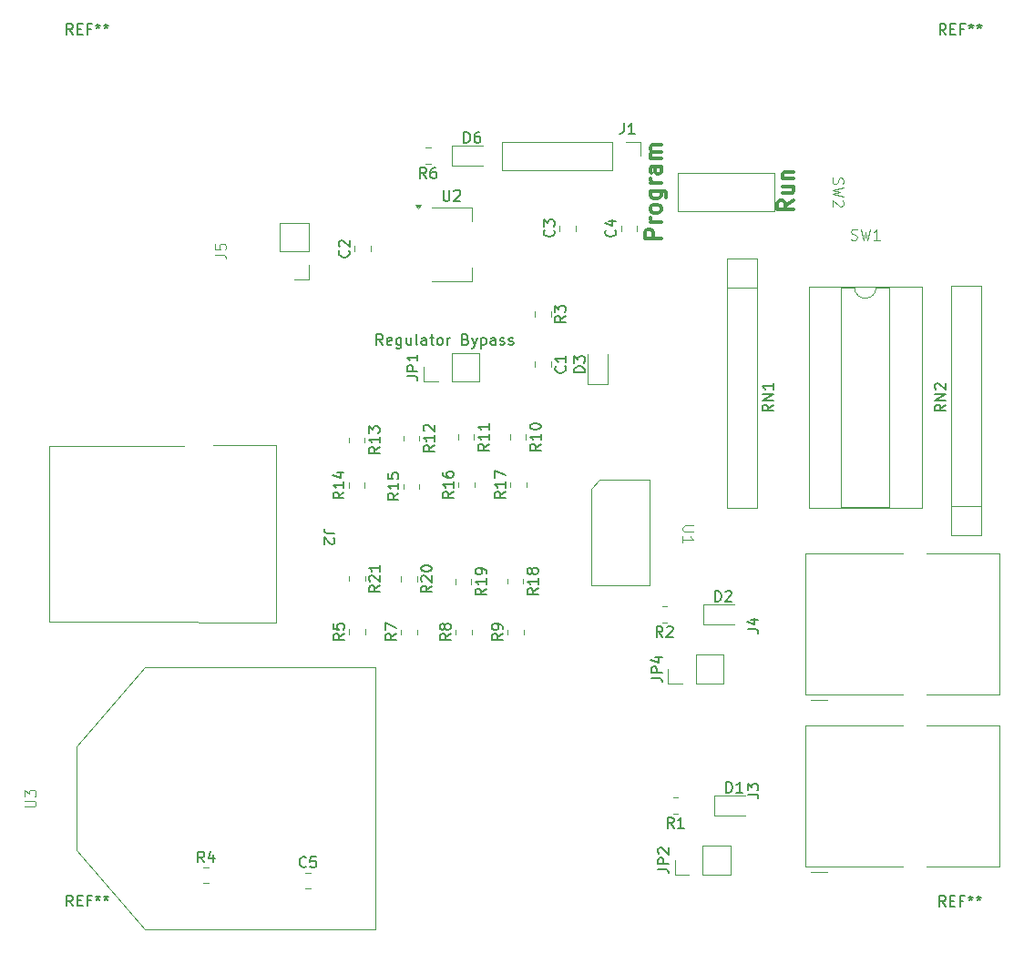
<source format=gbr>
%TF.GenerationSoftware,KiCad,Pcbnew,8.0.1*%
%TF.CreationDate,2024-03-27T11:30:44-06:00*%
%TF.ProjectId,ATV_Project_MasterBoard,4154565f-5072-46f6-9a65-63745f4d6173,rev?*%
%TF.SameCoordinates,Original*%
%TF.FileFunction,Legend,Top*%
%TF.FilePolarity,Positive*%
%FSLAX46Y46*%
G04 Gerber Fmt 4.6, Leading zero omitted, Abs format (unit mm)*
G04 Created by KiCad (PCBNEW 8.0.1) date 2024-03-27 11:30:44*
%MOMM*%
%LPD*%
G01*
G04 APERTURE LIST*
%ADD10C,0.300000*%
%ADD11C,0.150000*%
%ADD12C,0.100000*%
%ADD13C,0.120000*%
%ADD14C,0.119888*%
G04 APERTURE END LIST*
D10*
X190656428Y-65618946D02*
X189942142Y-66118946D01*
X190656428Y-66476089D02*
X189156428Y-66476089D01*
X189156428Y-66476089D02*
X189156428Y-65904660D01*
X189156428Y-65904660D02*
X189227857Y-65761803D01*
X189227857Y-65761803D02*
X189299285Y-65690374D01*
X189299285Y-65690374D02*
X189442142Y-65618946D01*
X189442142Y-65618946D02*
X189656428Y-65618946D01*
X189656428Y-65618946D02*
X189799285Y-65690374D01*
X189799285Y-65690374D02*
X189870714Y-65761803D01*
X189870714Y-65761803D02*
X189942142Y-65904660D01*
X189942142Y-65904660D02*
X189942142Y-66476089D01*
X189656428Y-64333232D02*
X190656428Y-64333232D01*
X189656428Y-64976089D02*
X190442142Y-64976089D01*
X190442142Y-64976089D02*
X190585000Y-64904660D01*
X190585000Y-64904660D02*
X190656428Y-64761803D01*
X190656428Y-64761803D02*
X190656428Y-64547517D01*
X190656428Y-64547517D02*
X190585000Y-64404660D01*
X190585000Y-64404660D02*
X190513571Y-64333232D01*
X189656428Y-63618946D02*
X190656428Y-63618946D01*
X189799285Y-63618946D02*
X189727857Y-63547517D01*
X189727857Y-63547517D02*
X189656428Y-63404660D01*
X189656428Y-63404660D02*
X189656428Y-63190374D01*
X189656428Y-63190374D02*
X189727857Y-63047517D01*
X189727857Y-63047517D02*
X189870714Y-62976089D01*
X189870714Y-62976089D02*
X190656428Y-62976089D01*
X178375328Y-69168489D02*
X176875328Y-69168489D01*
X176875328Y-69168489D02*
X176875328Y-68597060D01*
X176875328Y-68597060D02*
X176946757Y-68454203D01*
X176946757Y-68454203D02*
X177018185Y-68382774D01*
X177018185Y-68382774D02*
X177161042Y-68311346D01*
X177161042Y-68311346D02*
X177375328Y-68311346D01*
X177375328Y-68311346D02*
X177518185Y-68382774D01*
X177518185Y-68382774D02*
X177589614Y-68454203D01*
X177589614Y-68454203D02*
X177661042Y-68597060D01*
X177661042Y-68597060D02*
X177661042Y-69168489D01*
X178375328Y-67668489D02*
X177375328Y-67668489D01*
X177661042Y-67668489D02*
X177518185Y-67597060D01*
X177518185Y-67597060D02*
X177446757Y-67525632D01*
X177446757Y-67525632D02*
X177375328Y-67382774D01*
X177375328Y-67382774D02*
X177375328Y-67239917D01*
X178375328Y-66525632D02*
X178303900Y-66668489D01*
X178303900Y-66668489D02*
X178232471Y-66739918D01*
X178232471Y-66739918D02*
X178089614Y-66811346D01*
X178089614Y-66811346D02*
X177661042Y-66811346D01*
X177661042Y-66811346D02*
X177518185Y-66739918D01*
X177518185Y-66739918D02*
X177446757Y-66668489D01*
X177446757Y-66668489D02*
X177375328Y-66525632D01*
X177375328Y-66525632D02*
X177375328Y-66311346D01*
X177375328Y-66311346D02*
X177446757Y-66168489D01*
X177446757Y-66168489D02*
X177518185Y-66097061D01*
X177518185Y-66097061D02*
X177661042Y-66025632D01*
X177661042Y-66025632D02*
X178089614Y-66025632D01*
X178089614Y-66025632D02*
X178232471Y-66097061D01*
X178232471Y-66097061D02*
X178303900Y-66168489D01*
X178303900Y-66168489D02*
X178375328Y-66311346D01*
X178375328Y-66311346D02*
X178375328Y-66525632D01*
X177375328Y-64739918D02*
X178589614Y-64739918D01*
X178589614Y-64739918D02*
X178732471Y-64811346D01*
X178732471Y-64811346D02*
X178803900Y-64882775D01*
X178803900Y-64882775D02*
X178875328Y-65025632D01*
X178875328Y-65025632D02*
X178875328Y-65239918D01*
X178875328Y-65239918D02*
X178803900Y-65382775D01*
X178303900Y-64739918D02*
X178375328Y-64882775D01*
X178375328Y-64882775D02*
X178375328Y-65168489D01*
X178375328Y-65168489D02*
X178303900Y-65311346D01*
X178303900Y-65311346D02*
X178232471Y-65382775D01*
X178232471Y-65382775D02*
X178089614Y-65454203D01*
X178089614Y-65454203D02*
X177661042Y-65454203D01*
X177661042Y-65454203D02*
X177518185Y-65382775D01*
X177518185Y-65382775D02*
X177446757Y-65311346D01*
X177446757Y-65311346D02*
X177375328Y-65168489D01*
X177375328Y-65168489D02*
X177375328Y-64882775D01*
X177375328Y-64882775D02*
X177446757Y-64739918D01*
X178375328Y-64025632D02*
X177375328Y-64025632D01*
X177661042Y-64025632D02*
X177518185Y-63954203D01*
X177518185Y-63954203D02*
X177446757Y-63882775D01*
X177446757Y-63882775D02*
X177375328Y-63739917D01*
X177375328Y-63739917D02*
X177375328Y-63597060D01*
X178375328Y-62454204D02*
X177589614Y-62454204D01*
X177589614Y-62454204D02*
X177446757Y-62525632D01*
X177446757Y-62525632D02*
X177375328Y-62668489D01*
X177375328Y-62668489D02*
X177375328Y-62954204D01*
X177375328Y-62954204D02*
X177446757Y-63097061D01*
X178303900Y-62454204D02*
X178375328Y-62597061D01*
X178375328Y-62597061D02*
X178375328Y-62954204D01*
X178375328Y-62954204D02*
X178303900Y-63097061D01*
X178303900Y-63097061D02*
X178161042Y-63168489D01*
X178161042Y-63168489D02*
X178018185Y-63168489D01*
X178018185Y-63168489D02*
X177875328Y-63097061D01*
X177875328Y-63097061D02*
X177803900Y-62954204D01*
X177803900Y-62954204D02*
X177803900Y-62597061D01*
X177803900Y-62597061D02*
X177732471Y-62454204D01*
X178375328Y-61739918D02*
X177375328Y-61739918D01*
X177518185Y-61739918D02*
X177446757Y-61668489D01*
X177446757Y-61668489D02*
X177375328Y-61525632D01*
X177375328Y-61525632D02*
X177375328Y-61311346D01*
X177375328Y-61311346D02*
X177446757Y-61168489D01*
X177446757Y-61168489D02*
X177589614Y-61097061D01*
X177589614Y-61097061D02*
X178375328Y-61097061D01*
X177589614Y-61097061D02*
X177446757Y-61025632D01*
X177446757Y-61025632D02*
X177375328Y-60882775D01*
X177375328Y-60882775D02*
X177375328Y-60668489D01*
X177375328Y-60668489D02*
X177446757Y-60525632D01*
X177446757Y-60525632D02*
X177589614Y-60454203D01*
X177589614Y-60454203D02*
X178375328Y-60454203D01*
D11*
X148063380Y-96598666D02*
X147349095Y-96598666D01*
X147349095Y-96598666D02*
X147206238Y-96551047D01*
X147206238Y-96551047D02*
X147111000Y-96455809D01*
X147111000Y-96455809D02*
X147063380Y-96312952D01*
X147063380Y-96312952D02*
X147063380Y-96217714D01*
X147968142Y-97027238D02*
X148015761Y-97074857D01*
X148015761Y-97074857D02*
X148063380Y-97170095D01*
X148063380Y-97170095D02*
X148063380Y-97408190D01*
X148063380Y-97408190D02*
X148015761Y-97503428D01*
X148015761Y-97503428D02*
X147968142Y-97551047D01*
X147968142Y-97551047D02*
X147872904Y-97598666D01*
X147872904Y-97598666D02*
X147777666Y-97598666D01*
X147777666Y-97598666D02*
X147634809Y-97551047D01*
X147634809Y-97551047D02*
X147063380Y-96979619D01*
X147063380Y-96979619D02*
X147063380Y-97598666D01*
X123710866Y-131272819D02*
X123377533Y-130796628D01*
X123139438Y-131272819D02*
X123139438Y-130272819D01*
X123139438Y-130272819D02*
X123520390Y-130272819D01*
X123520390Y-130272819D02*
X123615628Y-130320438D01*
X123615628Y-130320438D02*
X123663247Y-130368057D01*
X123663247Y-130368057D02*
X123710866Y-130463295D01*
X123710866Y-130463295D02*
X123710866Y-130606152D01*
X123710866Y-130606152D02*
X123663247Y-130701390D01*
X123663247Y-130701390D02*
X123615628Y-130749009D01*
X123615628Y-130749009D02*
X123520390Y-130796628D01*
X123520390Y-130796628D02*
X123139438Y-130796628D01*
X124139438Y-130749009D02*
X124472771Y-130749009D01*
X124615628Y-131272819D02*
X124139438Y-131272819D01*
X124139438Y-131272819D02*
X124139438Y-130272819D01*
X124139438Y-130272819D02*
X124615628Y-130272819D01*
X125377533Y-130749009D02*
X125044200Y-130749009D01*
X125044200Y-131272819D02*
X125044200Y-130272819D01*
X125044200Y-130272819D02*
X125520390Y-130272819D01*
X126044200Y-130272819D02*
X126044200Y-130510914D01*
X125806105Y-130415676D02*
X126044200Y-130510914D01*
X126044200Y-130510914D02*
X126282295Y-130415676D01*
X125901343Y-130701390D02*
X126044200Y-130510914D01*
X126044200Y-130510914D02*
X126187057Y-130701390D01*
X126806105Y-130272819D02*
X126806105Y-130510914D01*
X126568010Y-130415676D02*
X126806105Y-130510914D01*
X126806105Y-130510914D02*
X127044200Y-130415676D01*
X126663248Y-130701390D02*
X126806105Y-130510914D01*
X126806105Y-130510914D02*
X126948962Y-130701390D01*
X123710866Y-50194019D02*
X123377533Y-49717828D01*
X123139438Y-50194019D02*
X123139438Y-49194019D01*
X123139438Y-49194019D02*
X123520390Y-49194019D01*
X123520390Y-49194019D02*
X123615628Y-49241638D01*
X123615628Y-49241638D02*
X123663247Y-49289257D01*
X123663247Y-49289257D02*
X123710866Y-49384495D01*
X123710866Y-49384495D02*
X123710866Y-49527352D01*
X123710866Y-49527352D02*
X123663247Y-49622590D01*
X123663247Y-49622590D02*
X123615628Y-49670209D01*
X123615628Y-49670209D02*
X123520390Y-49717828D01*
X123520390Y-49717828D02*
X123139438Y-49717828D01*
X124139438Y-49670209D02*
X124472771Y-49670209D01*
X124615628Y-50194019D02*
X124139438Y-50194019D01*
X124139438Y-50194019D02*
X124139438Y-49194019D01*
X124139438Y-49194019D02*
X124615628Y-49194019D01*
X125377533Y-49670209D02*
X125044200Y-49670209D01*
X125044200Y-50194019D02*
X125044200Y-49194019D01*
X125044200Y-49194019D02*
X125520390Y-49194019D01*
X126044200Y-49194019D02*
X126044200Y-49432114D01*
X125806105Y-49336876D02*
X126044200Y-49432114D01*
X126044200Y-49432114D02*
X126282295Y-49336876D01*
X125901343Y-49622590D02*
X126044200Y-49432114D01*
X126044200Y-49432114D02*
X126187057Y-49622590D01*
X126806105Y-49194019D02*
X126806105Y-49432114D01*
X126568010Y-49336876D02*
X126806105Y-49432114D01*
X126806105Y-49432114D02*
X127044200Y-49336876D01*
X126663248Y-49622590D02*
X126806105Y-49432114D01*
X126806105Y-49432114D02*
X126948962Y-49622590D01*
X186420819Y-120885333D02*
X187135104Y-120885333D01*
X187135104Y-120885333D02*
X187277961Y-120932952D01*
X187277961Y-120932952D02*
X187373200Y-121028190D01*
X187373200Y-121028190D02*
X187420819Y-121171047D01*
X187420819Y-121171047D02*
X187420819Y-121266285D01*
X186420819Y-120504380D02*
X186420819Y-119885333D01*
X186420819Y-119885333D02*
X186801771Y-120218666D01*
X186801771Y-120218666D02*
X186801771Y-120075809D01*
X186801771Y-120075809D02*
X186849390Y-119980571D01*
X186849390Y-119980571D02*
X186897009Y-119932952D01*
X186897009Y-119932952D02*
X186992247Y-119885333D01*
X186992247Y-119885333D02*
X187230342Y-119885333D01*
X187230342Y-119885333D02*
X187325580Y-119932952D01*
X187325580Y-119932952D02*
X187373200Y-119980571D01*
X187373200Y-119980571D02*
X187420819Y-120075809D01*
X187420819Y-120075809D02*
X187420819Y-120361523D01*
X187420819Y-120361523D02*
X187373200Y-120456761D01*
X187373200Y-120456761D02*
X187325580Y-120504380D01*
X204813066Y-131298219D02*
X204479733Y-130822028D01*
X204241638Y-131298219D02*
X204241638Y-130298219D01*
X204241638Y-130298219D02*
X204622590Y-130298219D01*
X204622590Y-130298219D02*
X204717828Y-130345838D01*
X204717828Y-130345838D02*
X204765447Y-130393457D01*
X204765447Y-130393457D02*
X204813066Y-130488695D01*
X204813066Y-130488695D02*
X204813066Y-130631552D01*
X204813066Y-130631552D02*
X204765447Y-130726790D01*
X204765447Y-130726790D02*
X204717828Y-130774409D01*
X204717828Y-130774409D02*
X204622590Y-130822028D01*
X204622590Y-130822028D02*
X204241638Y-130822028D01*
X205241638Y-130774409D02*
X205574971Y-130774409D01*
X205717828Y-131298219D02*
X205241638Y-131298219D01*
X205241638Y-131298219D02*
X205241638Y-130298219D01*
X205241638Y-130298219D02*
X205717828Y-130298219D01*
X206479733Y-130774409D02*
X206146400Y-130774409D01*
X206146400Y-131298219D02*
X206146400Y-130298219D01*
X206146400Y-130298219D02*
X206622590Y-130298219D01*
X207146400Y-130298219D02*
X207146400Y-130536314D01*
X206908305Y-130441076D02*
X207146400Y-130536314D01*
X207146400Y-130536314D02*
X207384495Y-130441076D01*
X207003543Y-130726790D02*
X207146400Y-130536314D01*
X207146400Y-130536314D02*
X207289257Y-130726790D01*
X207908305Y-130298219D02*
X207908305Y-130536314D01*
X207670210Y-130441076D02*
X207908305Y-130536314D01*
X207908305Y-130536314D02*
X208146400Y-130441076D01*
X207765448Y-130726790D02*
X207908305Y-130536314D01*
X207908305Y-130536314D02*
X208051162Y-130726790D01*
X204863866Y-50221419D02*
X204530533Y-49745228D01*
X204292438Y-50221419D02*
X204292438Y-49221419D01*
X204292438Y-49221419D02*
X204673390Y-49221419D01*
X204673390Y-49221419D02*
X204768628Y-49269038D01*
X204768628Y-49269038D02*
X204816247Y-49316657D01*
X204816247Y-49316657D02*
X204863866Y-49411895D01*
X204863866Y-49411895D02*
X204863866Y-49554752D01*
X204863866Y-49554752D02*
X204816247Y-49649990D01*
X204816247Y-49649990D02*
X204768628Y-49697609D01*
X204768628Y-49697609D02*
X204673390Y-49745228D01*
X204673390Y-49745228D02*
X204292438Y-49745228D01*
X205292438Y-49697609D02*
X205625771Y-49697609D01*
X205768628Y-50221419D02*
X205292438Y-50221419D01*
X205292438Y-50221419D02*
X205292438Y-49221419D01*
X205292438Y-49221419D02*
X205768628Y-49221419D01*
X206530533Y-49697609D02*
X206197200Y-49697609D01*
X206197200Y-50221419D02*
X206197200Y-49221419D01*
X206197200Y-49221419D02*
X206673390Y-49221419D01*
X207197200Y-49221419D02*
X207197200Y-49459514D01*
X206959105Y-49364276D02*
X207197200Y-49459514D01*
X207197200Y-49459514D02*
X207435295Y-49364276D01*
X207054343Y-49649990D02*
X207197200Y-49459514D01*
X207197200Y-49459514D02*
X207340057Y-49649990D01*
X207959105Y-49221419D02*
X207959105Y-49459514D01*
X207721010Y-49364276D02*
X207959105Y-49459514D01*
X207959105Y-49459514D02*
X208197200Y-49364276D01*
X207816248Y-49649990D02*
X207959105Y-49459514D01*
X207959105Y-49459514D02*
X208101962Y-49649990D01*
D12*
X119266219Y-122046904D02*
X120075742Y-122046904D01*
X120075742Y-122046904D02*
X120170980Y-121999285D01*
X120170980Y-121999285D02*
X120218600Y-121951666D01*
X120218600Y-121951666D02*
X120266219Y-121856428D01*
X120266219Y-121856428D02*
X120266219Y-121665952D01*
X120266219Y-121665952D02*
X120218600Y-121570714D01*
X120218600Y-121570714D02*
X120170980Y-121523095D01*
X120170980Y-121523095D02*
X120075742Y-121475476D01*
X120075742Y-121475476D02*
X119266219Y-121475476D01*
X119266219Y-121094523D02*
X119266219Y-120475476D01*
X119266219Y-120475476D02*
X119647171Y-120808809D01*
X119647171Y-120808809D02*
X119647171Y-120665952D01*
X119647171Y-120665952D02*
X119694790Y-120570714D01*
X119694790Y-120570714D02*
X119742409Y-120523095D01*
X119742409Y-120523095D02*
X119837647Y-120475476D01*
X119837647Y-120475476D02*
X120075742Y-120475476D01*
X120075742Y-120475476D02*
X120170980Y-120523095D01*
X120170980Y-120523095D02*
X120218600Y-120570714D01*
X120218600Y-120570714D02*
X120266219Y-120665952D01*
X120266219Y-120665952D02*
X120266219Y-120951666D01*
X120266219Y-120951666D02*
X120218600Y-121046904D01*
X120218600Y-121046904D02*
X120170980Y-121094523D01*
X194372700Y-63538267D02*
X194325080Y-63681124D01*
X194325080Y-63681124D02*
X194325080Y-63919219D01*
X194325080Y-63919219D02*
X194372700Y-64014457D01*
X194372700Y-64014457D02*
X194420319Y-64062076D01*
X194420319Y-64062076D02*
X194515557Y-64109695D01*
X194515557Y-64109695D02*
X194610795Y-64109695D01*
X194610795Y-64109695D02*
X194706033Y-64062076D01*
X194706033Y-64062076D02*
X194753652Y-64014457D01*
X194753652Y-64014457D02*
X194801271Y-63919219D01*
X194801271Y-63919219D02*
X194848890Y-63728743D01*
X194848890Y-63728743D02*
X194896509Y-63633505D01*
X194896509Y-63633505D02*
X194944128Y-63585886D01*
X194944128Y-63585886D02*
X195039366Y-63538267D01*
X195039366Y-63538267D02*
X195134604Y-63538267D01*
X195134604Y-63538267D02*
X195229842Y-63585886D01*
X195229842Y-63585886D02*
X195277461Y-63633505D01*
X195277461Y-63633505D02*
X195325080Y-63728743D01*
X195325080Y-63728743D02*
X195325080Y-63966838D01*
X195325080Y-63966838D02*
X195277461Y-64109695D01*
X195325080Y-64443029D02*
X194325080Y-64681124D01*
X194325080Y-64681124D02*
X195039366Y-64871600D01*
X195039366Y-64871600D02*
X194325080Y-65062076D01*
X194325080Y-65062076D02*
X195325080Y-65300172D01*
X195229842Y-65633505D02*
X195277461Y-65681124D01*
X195277461Y-65681124D02*
X195325080Y-65776362D01*
X195325080Y-65776362D02*
X195325080Y-66014457D01*
X195325080Y-66014457D02*
X195277461Y-66109695D01*
X195277461Y-66109695D02*
X195229842Y-66157314D01*
X195229842Y-66157314D02*
X195134604Y-66204933D01*
X195134604Y-66204933D02*
X195039366Y-66204933D01*
X195039366Y-66204933D02*
X194896509Y-66157314D01*
X194896509Y-66157314D02*
X194325080Y-65585886D01*
X194325080Y-65585886D02*
X194325080Y-66204933D01*
X196043167Y-69260800D02*
X196186024Y-69308419D01*
X196186024Y-69308419D02*
X196424119Y-69308419D01*
X196424119Y-69308419D02*
X196519357Y-69260800D01*
X196519357Y-69260800D02*
X196566976Y-69213180D01*
X196566976Y-69213180D02*
X196614595Y-69117942D01*
X196614595Y-69117942D02*
X196614595Y-69022704D01*
X196614595Y-69022704D02*
X196566976Y-68927466D01*
X196566976Y-68927466D02*
X196519357Y-68879847D01*
X196519357Y-68879847D02*
X196424119Y-68832228D01*
X196424119Y-68832228D02*
X196233643Y-68784609D01*
X196233643Y-68784609D02*
X196138405Y-68736990D01*
X196138405Y-68736990D02*
X196090786Y-68689371D01*
X196090786Y-68689371D02*
X196043167Y-68594133D01*
X196043167Y-68594133D02*
X196043167Y-68498895D01*
X196043167Y-68498895D02*
X196090786Y-68403657D01*
X196090786Y-68403657D02*
X196138405Y-68356038D01*
X196138405Y-68356038D02*
X196233643Y-68308419D01*
X196233643Y-68308419D02*
X196471738Y-68308419D01*
X196471738Y-68308419D02*
X196614595Y-68356038D01*
X196947929Y-68308419D02*
X197186024Y-69308419D01*
X197186024Y-69308419D02*
X197376500Y-68594133D01*
X197376500Y-68594133D02*
X197566976Y-69308419D01*
X197566976Y-69308419D02*
X197805072Y-68308419D01*
X198709833Y-69308419D02*
X198138405Y-69308419D01*
X198424119Y-69308419D02*
X198424119Y-68308419D01*
X198424119Y-68308419D02*
X198328881Y-68451276D01*
X198328881Y-68451276D02*
X198233643Y-68546514D01*
X198233643Y-68546514D02*
X198138405Y-68594133D01*
X136934919Y-70659333D02*
X137649204Y-70659333D01*
X137649204Y-70659333D02*
X137792061Y-70706952D01*
X137792061Y-70706952D02*
X137887300Y-70802190D01*
X137887300Y-70802190D02*
X137934919Y-70945047D01*
X137934919Y-70945047D02*
X137934919Y-71040285D01*
X136934919Y-69706952D02*
X136934919Y-70183142D01*
X136934919Y-70183142D02*
X137411109Y-70230761D01*
X137411109Y-70230761D02*
X137363490Y-70183142D01*
X137363490Y-70183142D02*
X137315871Y-70087904D01*
X137315871Y-70087904D02*
X137315871Y-69849809D01*
X137315871Y-69849809D02*
X137363490Y-69754571D01*
X137363490Y-69754571D02*
X137411109Y-69706952D01*
X137411109Y-69706952D02*
X137506347Y-69659333D01*
X137506347Y-69659333D02*
X137744442Y-69659333D01*
X137744442Y-69659333D02*
X137839680Y-69706952D01*
X137839680Y-69706952D02*
X137887300Y-69754571D01*
X137887300Y-69754571D02*
X137934919Y-69849809D01*
X137934919Y-69849809D02*
X137934919Y-70087904D01*
X137934919Y-70087904D02*
X137887300Y-70183142D01*
X137887300Y-70183142D02*
X137839680Y-70230761D01*
D11*
X158152595Y-64677819D02*
X158152595Y-65487342D01*
X158152595Y-65487342D02*
X158200214Y-65582580D01*
X158200214Y-65582580D02*
X158247833Y-65630200D01*
X158247833Y-65630200D02*
X158343071Y-65677819D01*
X158343071Y-65677819D02*
X158533547Y-65677819D01*
X158533547Y-65677819D02*
X158628785Y-65630200D01*
X158628785Y-65630200D02*
X158676404Y-65582580D01*
X158676404Y-65582580D02*
X158724023Y-65487342D01*
X158724023Y-65487342D02*
X158724023Y-64677819D01*
X159152595Y-64773057D02*
X159200214Y-64725438D01*
X159200214Y-64725438D02*
X159295452Y-64677819D01*
X159295452Y-64677819D02*
X159533547Y-64677819D01*
X159533547Y-64677819D02*
X159628785Y-64725438D01*
X159628785Y-64725438D02*
X159676404Y-64773057D01*
X159676404Y-64773057D02*
X159724023Y-64868295D01*
X159724023Y-64868295D02*
X159724023Y-64963533D01*
X159724023Y-64963533D02*
X159676404Y-65106390D01*
X159676404Y-65106390D02*
X159104976Y-65677819D01*
X159104976Y-65677819D02*
X159724023Y-65677819D01*
D12*
X181403080Y-95881895D02*
X180593557Y-95881895D01*
X180593557Y-95881895D02*
X180498319Y-95929514D01*
X180498319Y-95929514D02*
X180450700Y-95977133D01*
X180450700Y-95977133D02*
X180403080Y-96072371D01*
X180403080Y-96072371D02*
X180403080Y-96262847D01*
X180403080Y-96262847D02*
X180450700Y-96358085D01*
X180450700Y-96358085D02*
X180498319Y-96405704D01*
X180498319Y-96405704D02*
X180593557Y-96453323D01*
X180593557Y-96453323D02*
X181403080Y-96453323D01*
X180403080Y-97453323D02*
X180403080Y-96881895D01*
X180403080Y-97167609D02*
X181403080Y-97167609D01*
X181403080Y-97167609D02*
X181260223Y-97072371D01*
X181260223Y-97072371D02*
X181164985Y-96977133D01*
X181164985Y-96977133D02*
X181117366Y-96881895D01*
D11*
X204823319Y-84637476D02*
X204347128Y-84970809D01*
X204823319Y-85208904D02*
X203823319Y-85208904D01*
X203823319Y-85208904D02*
X203823319Y-84827952D01*
X203823319Y-84827952D02*
X203870938Y-84732714D01*
X203870938Y-84732714D02*
X203918557Y-84685095D01*
X203918557Y-84685095D02*
X204013795Y-84637476D01*
X204013795Y-84637476D02*
X204156652Y-84637476D01*
X204156652Y-84637476D02*
X204251890Y-84685095D01*
X204251890Y-84685095D02*
X204299509Y-84732714D01*
X204299509Y-84732714D02*
X204347128Y-84827952D01*
X204347128Y-84827952D02*
X204347128Y-85208904D01*
X204823319Y-84208904D02*
X203823319Y-84208904D01*
X203823319Y-84208904D02*
X204823319Y-83637476D01*
X204823319Y-83637476D02*
X203823319Y-83637476D01*
X203918557Y-83208904D02*
X203870938Y-83161285D01*
X203870938Y-83161285D02*
X203823319Y-83066047D01*
X203823319Y-83066047D02*
X203823319Y-82827952D01*
X203823319Y-82827952D02*
X203870938Y-82732714D01*
X203870938Y-82732714D02*
X203918557Y-82685095D01*
X203918557Y-82685095D02*
X204013795Y-82637476D01*
X204013795Y-82637476D02*
X204109033Y-82637476D01*
X204109033Y-82637476D02*
X204251890Y-82685095D01*
X204251890Y-82685095D02*
X204823319Y-83256523D01*
X204823319Y-83256523D02*
X204823319Y-82637476D01*
X188795319Y-84637476D02*
X188319128Y-84970809D01*
X188795319Y-85208904D02*
X187795319Y-85208904D01*
X187795319Y-85208904D02*
X187795319Y-84827952D01*
X187795319Y-84827952D02*
X187842938Y-84732714D01*
X187842938Y-84732714D02*
X187890557Y-84685095D01*
X187890557Y-84685095D02*
X187985795Y-84637476D01*
X187985795Y-84637476D02*
X188128652Y-84637476D01*
X188128652Y-84637476D02*
X188223890Y-84685095D01*
X188223890Y-84685095D02*
X188271509Y-84732714D01*
X188271509Y-84732714D02*
X188319128Y-84827952D01*
X188319128Y-84827952D02*
X188319128Y-85208904D01*
X188795319Y-84208904D02*
X187795319Y-84208904D01*
X187795319Y-84208904D02*
X188795319Y-83637476D01*
X188795319Y-83637476D02*
X187795319Y-83637476D01*
X188795319Y-82637476D02*
X188795319Y-83208904D01*
X188795319Y-82923190D02*
X187795319Y-82923190D01*
X187795319Y-82923190D02*
X187938176Y-83018428D01*
X187938176Y-83018428D02*
X188033414Y-83113666D01*
X188033414Y-83113666D02*
X188081033Y-83208904D01*
X152242819Y-101464857D02*
X151766628Y-101798190D01*
X152242819Y-102036285D02*
X151242819Y-102036285D01*
X151242819Y-102036285D02*
X151242819Y-101655333D01*
X151242819Y-101655333D02*
X151290438Y-101560095D01*
X151290438Y-101560095D02*
X151338057Y-101512476D01*
X151338057Y-101512476D02*
X151433295Y-101464857D01*
X151433295Y-101464857D02*
X151576152Y-101464857D01*
X151576152Y-101464857D02*
X151671390Y-101512476D01*
X151671390Y-101512476D02*
X151719009Y-101560095D01*
X151719009Y-101560095D02*
X151766628Y-101655333D01*
X151766628Y-101655333D02*
X151766628Y-102036285D01*
X151338057Y-101083904D02*
X151290438Y-101036285D01*
X151290438Y-101036285D02*
X151242819Y-100941047D01*
X151242819Y-100941047D02*
X151242819Y-100702952D01*
X151242819Y-100702952D02*
X151290438Y-100607714D01*
X151290438Y-100607714D02*
X151338057Y-100560095D01*
X151338057Y-100560095D02*
X151433295Y-100512476D01*
X151433295Y-100512476D02*
X151528533Y-100512476D01*
X151528533Y-100512476D02*
X151671390Y-100560095D01*
X151671390Y-100560095D02*
X152242819Y-101131523D01*
X152242819Y-101131523D02*
X152242819Y-100512476D01*
X152242819Y-99560095D02*
X152242819Y-100131523D01*
X152242819Y-99845809D02*
X151242819Y-99845809D01*
X151242819Y-99845809D02*
X151385676Y-99941047D01*
X151385676Y-99941047D02*
X151480914Y-100036285D01*
X151480914Y-100036285D02*
X151528533Y-100131523D01*
X157068819Y-101480857D02*
X156592628Y-101814190D01*
X157068819Y-102052285D02*
X156068819Y-102052285D01*
X156068819Y-102052285D02*
X156068819Y-101671333D01*
X156068819Y-101671333D02*
X156116438Y-101576095D01*
X156116438Y-101576095D02*
X156164057Y-101528476D01*
X156164057Y-101528476D02*
X156259295Y-101480857D01*
X156259295Y-101480857D02*
X156402152Y-101480857D01*
X156402152Y-101480857D02*
X156497390Y-101528476D01*
X156497390Y-101528476D02*
X156545009Y-101576095D01*
X156545009Y-101576095D02*
X156592628Y-101671333D01*
X156592628Y-101671333D02*
X156592628Y-102052285D01*
X156164057Y-101099904D02*
X156116438Y-101052285D01*
X156116438Y-101052285D02*
X156068819Y-100957047D01*
X156068819Y-100957047D02*
X156068819Y-100718952D01*
X156068819Y-100718952D02*
X156116438Y-100623714D01*
X156116438Y-100623714D02*
X156164057Y-100576095D01*
X156164057Y-100576095D02*
X156259295Y-100528476D01*
X156259295Y-100528476D02*
X156354533Y-100528476D01*
X156354533Y-100528476D02*
X156497390Y-100576095D01*
X156497390Y-100576095D02*
X157068819Y-101147523D01*
X157068819Y-101147523D02*
X157068819Y-100528476D01*
X156068819Y-99909428D02*
X156068819Y-99814190D01*
X156068819Y-99814190D02*
X156116438Y-99718952D01*
X156116438Y-99718952D02*
X156164057Y-99671333D01*
X156164057Y-99671333D02*
X156259295Y-99623714D01*
X156259295Y-99623714D02*
X156449771Y-99576095D01*
X156449771Y-99576095D02*
X156687866Y-99576095D01*
X156687866Y-99576095D02*
X156878342Y-99623714D01*
X156878342Y-99623714D02*
X156973580Y-99671333D01*
X156973580Y-99671333D02*
X157021200Y-99718952D01*
X157021200Y-99718952D02*
X157068819Y-99814190D01*
X157068819Y-99814190D02*
X157068819Y-99909428D01*
X157068819Y-99909428D02*
X157021200Y-100004666D01*
X157021200Y-100004666D02*
X156973580Y-100052285D01*
X156973580Y-100052285D02*
X156878342Y-100099904D01*
X156878342Y-100099904D02*
X156687866Y-100147523D01*
X156687866Y-100147523D02*
X156449771Y-100147523D01*
X156449771Y-100147523D02*
X156259295Y-100099904D01*
X156259295Y-100099904D02*
X156164057Y-100052285D01*
X156164057Y-100052285D02*
X156116438Y-100004666D01*
X156116438Y-100004666D02*
X156068819Y-99909428D01*
X162125819Y-101734857D02*
X161649628Y-102068190D01*
X162125819Y-102306285D02*
X161125819Y-102306285D01*
X161125819Y-102306285D02*
X161125819Y-101925333D01*
X161125819Y-101925333D02*
X161173438Y-101830095D01*
X161173438Y-101830095D02*
X161221057Y-101782476D01*
X161221057Y-101782476D02*
X161316295Y-101734857D01*
X161316295Y-101734857D02*
X161459152Y-101734857D01*
X161459152Y-101734857D02*
X161554390Y-101782476D01*
X161554390Y-101782476D02*
X161602009Y-101830095D01*
X161602009Y-101830095D02*
X161649628Y-101925333D01*
X161649628Y-101925333D02*
X161649628Y-102306285D01*
X162125819Y-100782476D02*
X162125819Y-101353904D01*
X162125819Y-101068190D02*
X161125819Y-101068190D01*
X161125819Y-101068190D02*
X161268676Y-101163428D01*
X161268676Y-101163428D02*
X161363914Y-101258666D01*
X161363914Y-101258666D02*
X161411533Y-101353904D01*
X162125819Y-100306285D02*
X162125819Y-100115809D01*
X162125819Y-100115809D02*
X162078200Y-100020571D01*
X162078200Y-100020571D02*
X162030580Y-99972952D01*
X162030580Y-99972952D02*
X161887723Y-99877714D01*
X161887723Y-99877714D02*
X161697247Y-99830095D01*
X161697247Y-99830095D02*
X161316295Y-99830095D01*
X161316295Y-99830095D02*
X161221057Y-99877714D01*
X161221057Y-99877714D02*
X161173438Y-99925333D01*
X161173438Y-99925333D02*
X161125819Y-100020571D01*
X161125819Y-100020571D02*
X161125819Y-100211047D01*
X161125819Y-100211047D02*
X161173438Y-100306285D01*
X161173438Y-100306285D02*
X161221057Y-100353904D01*
X161221057Y-100353904D02*
X161316295Y-100401523D01*
X161316295Y-100401523D02*
X161554390Y-100401523D01*
X161554390Y-100401523D02*
X161649628Y-100353904D01*
X161649628Y-100353904D02*
X161697247Y-100306285D01*
X161697247Y-100306285D02*
X161744866Y-100211047D01*
X161744866Y-100211047D02*
X161744866Y-100020571D01*
X161744866Y-100020571D02*
X161697247Y-99925333D01*
X161697247Y-99925333D02*
X161649628Y-99877714D01*
X161649628Y-99877714D02*
X161554390Y-99830095D01*
X166951819Y-101718857D02*
X166475628Y-102052190D01*
X166951819Y-102290285D02*
X165951819Y-102290285D01*
X165951819Y-102290285D02*
X165951819Y-101909333D01*
X165951819Y-101909333D02*
X165999438Y-101814095D01*
X165999438Y-101814095D02*
X166047057Y-101766476D01*
X166047057Y-101766476D02*
X166142295Y-101718857D01*
X166142295Y-101718857D02*
X166285152Y-101718857D01*
X166285152Y-101718857D02*
X166380390Y-101766476D01*
X166380390Y-101766476D02*
X166428009Y-101814095D01*
X166428009Y-101814095D02*
X166475628Y-101909333D01*
X166475628Y-101909333D02*
X166475628Y-102290285D01*
X166951819Y-100766476D02*
X166951819Y-101337904D01*
X166951819Y-101052190D02*
X165951819Y-101052190D01*
X165951819Y-101052190D02*
X166094676Y-101147428D01*
X166094676Y-101147428D02*
X166189914Y-101242666D01*
X166189914Y-101242666D02*
X166237533Y-101337904D01*
X166380390Y-100195047D02*
X166332771Y-100290285D01*
X166332771Y-100290285D02*
X166285152Y-100337904D01*
X166285152Y-100337904D02*
X166189914Y-100385523D01*
X166189914Y-100385523D02*
X166142295Y-100385523D01*
X166142295Y-100385523D02*
X166047057Y-100337904D01*
X166047057Y-100337904D02*
X165999438Y-100290285D01*
X165999438Y-100290285D02*
X165951819Y-100195047D01*
X165951819Y-100195047D02*
X165951819Y-100004571D01*
X165951819Y-100004571D02*
X165999438Y-99909333D01*
X165999438Y-99909333D02*
X166047057Y-99861714D01*
X166047057Y-99861714D02*
X166142295Y-99814095D01*
X166142295Y-99814095D02*
X166189914Y-99814095D01*
X166189914Y-99814095D02*
X166285152Y-99861714D01*
X166285152Y-99861714D02*
X166332771Y-99909333D01*
X166332771Y-99909333D02*
X166380390Y-100004571D01*
X166380390Y-100004571D02*
X166380390Y-100195047D01*
X166380390Y-100195047D02*
X166428009Y-100290285D01*
X166428009Y-100290285D02*
X166475628Y-100337904D01*
X166475628Y-100337904D02*
X166570866Y-100385523D01*
X166570866Y-100385523D02*
X166761342Y-100385523D01*
X166761342Y-100385523D02*
X166856580Y-100337904D01*
X166856580Y-100337904D02*
X166904200Y-100290285D01*
X166904200Y-100290285D02*
X166951819Y-100195047D01*
X166951819Y-100195047D02*
X166951819Y-100004571D01*
X166951819Y-100004571D02*
X166904200Y-99909333D01*
X166904200Y-99909333D02*
X166856580Y-99861714D01*
X166856580Y-99861714D02*
X166761342Y-99814095D01*
X166761342Y-99814095D02*
X166570866Y-99814095D01*
X166570866Y-99814095D02*
X166475628Y-99861714D01*
X166475628Y-99861714D02*
X166428009Y-99909333D01*
X166428009Y-99909333D02*
X166380390Y-100004571D01*
X163917319Y-92733857D02*
X163441128Y-93067190D01*
X163917319Y-93305285D02*
X162917319Y-93305285D01*
X162917319Y-93305285D02*
X162917319Y-92924333D01*
X162917319Y-92924333D02*
X162964938Y-92829095D01*
X162964938Y-92829095D02*
X163012557Y-92781476D01*
X163012557Y-92781476D02*
X163107795Y-92733857D01*
X163107795Y-92733857D02*
X163250652Y-92733857D01*
X163250652Y-92733857D02*
X163345890Y-92781476D01*
X163345890Y-92781476D02*
X163393509Y-92829095D01*
X163393509Y-92829095D02*
X163441128Y-92924333D01*
X163441128Y-92924333D02*
X163441128Y-93305285D01*
X163917319Y-91781476D02*
X163917319Y-92352904D01*
X163917319Y-92067190D02*
X162917319Y-92067190D01*
X162917319Y-92067190D02*
X163060176Y-92162428D01*
X163060176Y-92162428D02*
X163155414Y-92257666D01*
X163155414Y-92257666D02*
X163203033Y-92352904D01*
X162917319Y-91448142D02*
X162917319Y-90781476D01*
X162917319Y-90781476D02*
X163917319Y-91210047D01*
X159091319Y-92733857D02*
X158615128Y-93067190D01*
X159091319Y-93305285D02*
X158091319Y-93305285D01*
X158091319Y-93305285D02*
X158091319Y-92924333D01*
X158091319Y-92924333D02*
X158138938Y-92829095D01*
X158138938Y-92829095D02*
X158186557Y-92781476D01*
X158186557Y-92781476D02*
X158281795Y-92733857D01*
X158281795Y-92733857D02*
X158424652Y-92733857D01*
X158424652Y-92733857D02*
X158519890Y-92781476D01*
X158519890Y-92781476D02*
X158567509Y-92829095D01*
X158567509Y-92829095D02*
X158615128Y-92924333D01*
X158615128Y-92924333D02*
X158615128Y-93305285D01*
X159091319Y-91781476D02*
X159091319Y-92352904D01*
X159091319Y-92067190D02*
X158091319Y-92067190D01*
X158091319Y-92067190D02*
X158234176Y-92162428D01*
X158234176Y-92162428D02*
X158329414Y-92257666D01*
X158329414Y-92257666D02*
X158377033Y-92352904D01*
X158091319Y-90924333D02*
X158091319Y-91114809D01*
X158091319Y-91114809D02*
X158138938Y-91210047D01*
X158138938Y-91210047D02*
X158186557Y-91257666D01*
X158186557Y-91257666D02*
X158329414Y-91352904D01*
X158329414Y-91352904D02*
X158519890Y-91400523D01*
X158519890Y-91400523D02*
X158900842Y-91400523D01*
X158900842Y-91400523D02*
X158996080Y-91352904D01*
X158996080Y-91352904D02*
X159043700Y-91305285D01*
X159043700Y-91305285D02*
X159091319Y-91210047D01*
X159091319Y-91210047D02*
X159091319Y-91019571D01*
X159091319Y-91019571D02*
X159043700Y-90924333D01*
X159043700Y-90924333D02*
X158996080Y-90876714D01*
X158996080Y-90876714D02*
X158900842Y-90829095D01*
X158900842Y-90829095D02*
X158662747Y-90829095D01*
X158662747Y-90829095D02*
X158567509Y-90876714D01*
X158567509Y-90876714D02*
X158519890Y-90924333D01*
X158519890Y-90924333D02*
X158472271Y-91019571D01*
X158472271Y-91019571D02*
X158472271Y-91210047D01*
X158472271Y-91210047D02*
X158519890Y-91305285D01*
X158519890Y-91305285D02*
X158567509Y-91352904D01*
X158567509Y-91352904D02*
X158662747Y-91400523D01*
X153988319Y-92875857D02*
X153512128Y-93209190D01*
X153988319Y-93447285D02*
X152988319Y-93447285D01*
X152988319Y-93447285D02*
X152988319Y-93066333D01*
X152988319Y-93066333D02*
X153035938Y-92971095D01*
X153035938Y-92971095D02*
X153083557Y-92923476D01*
X153083557Y-92923476D02*
X153178795Y-92875857D01*
X153178795Y-92875857D02*
X153321652Y-92875857D01*
X153321652Y-92875857D02*
X153416890Y-92923476D01*
X153416890Y-92923476D02*
X153464509Y-92971095D01*
X153464509Y-92971095D02*
X153512128Y-93066333D01*
X153512128Y-93066333D02*
X153512128Y-93447285D01*
X153988319Y-91923476D02*
X153988319Y-92494904D01*
X153988319Y-92209190D02*
X152988319Y-92209190D01*
X152988319Y-92209190D02*
X153131176Y-92304428D01*
X153131176Y-92304428D02*
X153226414Y-92399666D01*
X153226414Y-92399666D02*
X153274033Y-92494904D01*
X152988319Y-91018714D02*
X152988319Y-91494904D01*
X152988319Y-91494904D02*
X153464509Y-91542523D01*
X153464509Y-91542523D02*
X153416890Y-91494904D01*
X153416890Y-91494904D02*
X153369271Y-91399666D01*
X153369271Y-91399666D02*
X153369271Y-91161571D01*
X153369271Y-91161571D02*
X153416890Y-91066333D01*
X153416890Y-91066333D02*
X153464509Y-91018714D01*
X153464509Y-91018714D02*
X153559747Y-90971095D01*
X153559747Y-90971095D02*
X153797842Y-90971095D01*
X153797842Y-90971095D02*
X153893080Y-91018714D01*
X153893080Y-91018714D02*
X153940700Y-91066333D01*
X153940700Y-91066333D02*
X153988319Y-91161571D01*
X153988319Y-91161571D02*
X153988319Y-91399666D01*
X153988319Y-91399666D02*
X153940700Y-91494904D01*
X153940700Y-91494904D02*
X153893080Y-91542523D01*
X148908319Y-92767607D02*
X148432128Y-93100940D01*
X148908319Y-93339035D02*
X147908319Y-93339035D01*
X147908319Y-93339035D02*
X147908319Y-92958083D01*
X147908319Y-92958083D02*
X147955938Y-92862845D01*
X147955938Y-92862845D02*
X148003557Y-92815226D01*
X148003557Y-92815226D02*
X148098795Y-92767607D01*
X148098795Y-92767607D02*
X148241652Y-92767607D01*
X148241652Y-92767607D02*
X148336890Y-92815226D01*
X148336890Y-92815226D02*
X148384509Y-92862845D01*
X148384509Y-92862845D02*
X148432128Y-92958083D01*
X148432128Y-92958083D02*
X148432128Y-93339035D01*
X148908319Y-91815226D02*
X148908319Y-92386654D01*
X148908319Y-92100940D02*
X147908319Y-92100940D01*
X147908319Y-92100940D02*
X148051176Y-92196178D01*
X148051176Y-92196178D02*
X148146414Y-92291416D01*
X148146414Y-92291416D02*
X148194033Y-92386654D01*
X148241652Y-90958083D02*
X148908319Y-90958083D01*
X147860700Y-91196178D02*
X148574985Y-91434273D01*
X148574985Y-91434273D02*
X148574985Y-90815226D01*
X152219819Y-88560607D02*
X151743628Y-88893940D01*
X152219819Y-89132035D02*
X151219819Y-89132035D01*
X151219819Y-89132035D02*
X151219819Y-88751083D01*
X151219819Y-88751083D02*
X151267438Y-88655845D01*
X151267438Y-88655845D02*
X151315057Y-88608226D01*
X151315057Y-88608226D02*
X151410295Y-88560607D01*
X151410295Y-88560607D02*
X151553152Y-88560607D01*
X151553152Y-88560607D02*
X151648390Y-88608226D01*
X151648390Y-88608226D02*
X151696009Y-88655845D01*
X151696009Y-88655845D02*
X151743628Y-88751083D01*
X151743628Y-88751083D02*
X151743628Y-89132035D01*
X152219819Y-87608226D02*
X152219819Y-88179654D01*
X152219819Y-87893940D02*
X151219819Y-87893940D01*
X151219819Y-87893940D02*
X151362676Y-87989178D01*
X151362676Y-87989178D02*
X151457914Y-88084416D01*
X151457914Y-88084416D02*
X151505533Y-88179654D01*
X151219819Y-87274892D02*
X151219819Y-86655845D01*
X151219819Y-86655845D02*
X151600771Y-86989178D01*
X151600771Y-86989178D02*
X151600771Y-86846321D01*
X151600771Y-86846321D02*
X151648390Y-86751083D01*
X151648390Y-86751083D02*
X151696009Y-86703464D01*
X151696009Y-86703464D02*
X151791247Y-86655845D01*
X151791247Y-86655845D02*
X152029342Y-86655845D01*
X152029342Y-86655845D02*
X152124580Y-86703464D01*
X152124580Y-86703464D02*
X152172200Y-86751083D01*
X152172200Y-86751083D02*
X152219819Y-86846321D01*
X152219819Y-86846321D02*
X152219819Y-87132035D01*
X152219819Y-87132035D02*
X152172200Y-87227273D01*
X152172200Y-87227273D02*
X152124580Y-87274892D01*
X157299819Y-88398857D02*
X156823628Y-88732190D01*
X157299819Y-88970285D02*
X156299819Y-88970285D01*
X156299819Y-88970285D02*
X156299819Y-88589333D01*
X156299819Y-88589333D02*
X156347438Y-88494095D01*
X156347438Y-88494095D02*
X156395057Y-88446476D01*
X156395057Y-88446476D02*
X156490295Y-88398857D01*
X156490295Y-88398857D02*
X156633152Y-88398857D01*
X156633152Y-88398857D02*
X156728390Y-88446476D01*
X156728390Y-88446476D02*
X156776009Y-88494095D01*
X156776009Y-88494095D02*
X156823628Y-88589333D01*
X156823628Y-88589333D02*
X156823628Y-88970285D01*
X157299819Y-87446476D02*
X157299819Y-88017904D01*
X157299819Y-87732190D02*
X156299819Y-87732190D01*
X156299819Y-87732190D02*
X156442676Y-87827428D01*
X156442676Y-87827428D02*
X156537914Y-87922666D01*
X156537914Y-87922666D02*
X156585533Y-88017904D01*
X156395057Y-87065523D02*
X156347438Y-87017904D01*
X156347438Y-87017904D02*
X156299819Y-86922666D01*
X156299819Y-86922666D02*
X156299819Y-86684571D01*
X156299819Y-86684571D02*
X156347438Y-86589333D01*
X156347438Y-86589333D02*
X156395057Y-86541714D01*
X156395057Y-86541714D02*
X156490295Y-86494095D01*
X156490295Y-86494095D02*
X156585533Y-86494095D01*
X156585533Y-86494095D02*
X156728390Y-86541714D01*
X156728390Y-86541714D02*
X157299819Y-87113142D01*
X157299819Y-87113142D02*
X157299819Y-86494095D01*
X162379819Y-88288857D02*
X161903628Y-88622190D01*
X162379819Y-88860285D02*
X161379819Y-88860285D01*
X161379819Y-88860285D02*
X161379819Y-88479333D01*
X161379819Y-88479333D02*
X161427438Y-88384095D01*
X161427438Y-88384095D02*
X161475057Y-88336476D01*
X161475057Y-88336476D02*
X161570295Y-88288857D01*
X161570295Y-88288857D02*
X161713152Y-88288857D01*
X161713152Y-88288857D02*
X161808390Y-88336476D01*
X161808390Y-88336476D02*
X161856009Y-88384095D01*
X161856009Y-88384095D02*
X161903628Y-88479333D01*
X161903628Y-88479333D02*
X161903628Y-88860285D01*
X162379819Y-87336476D02*
X162379819Y-87907904D01*
X162379819Y-87622190D02*
X161379819Y-87622190D01*
X161379819Y-87622190D02*
X161522676Y-87717428D01*
X161522676Y-87717428D02*
X161617914Y-87812666D01*
X161617914Y-87812666D02*
X161665533Y-87907904D01*
X162379819Y-86384095D02*
X162379819Y-86955523D01*
X162379819Y-86669809D02*
X161379819Y-86669809D01*
X161379819Y-86669809D02*
X161522676Y-86765047D01*
X161522676Y-86765047D02*
X161617914Y-86860285D01*
X161617914Y-86860285D02*
X161665533Y-86955523D01*
X167205819Y-88288857D02*
X166729628Y-88622190D01*
X167205819Y-88860285D02*
X166205819Y-88860285D01*
X166205819Y-88860285D02*
X166205819Y-88479333D01*
X166205819Y-88479333D02*
X166253438Y-88384095D01*
X166253438Y-88384095D02*
X166301057Y-88336476D01*
X166301057Y-88336476D02*
X166396295Y-88288857D01*
X166396295Y-88288857D02*
X166539152Y-88288857D01*
X166539152Y-88288857D02*
X166634390Y-88336476D01*
X166634390Y-88336476D02*
X166682009Y-88384095D01*
X166682009Y-88384095D02*
X166729628Y-88479333D01*
X166729628Y-88479333D02*
X166729628Y-88860285D01*
X167205819Y-87336476D02*
X167205819Y-87907904D01*
X167205819Y-87622190D02*
X166205819Y-87622190D01*
X166205819Y-87622190D02*
X166348676Y-87717428D01*
X166348676Y-87717428D02*
X166443914Y-87812666D01*
X166443914Y-87812666D02*
X166491533Y-87907904D01*
X166205819Y-86717428D02*
X166205819Y-86622190D01*
X166205819Y-86622190D02*
X166253438Y-86526952D01*
X166253438Y-86526952D02*
X166301057Y-86479333D01*
X166301057Y-86479333D02*
X166396295Y-86431714D01*
X166396295Y-86431714D02*
X166586771Y-86384095D01*
X166586771Y-86384095D02*
X166824866Y-86384095D01*
X166824866Y-86384095D02*
X167015342Y-86431714D01*
X167015342Y-86431714D02*
X167110580Y-86479333D01*
X167110580Y-86479333D02*
X167158200Y-86526952D01*
X167158200Y-86526952D02*
X167205819Y-86622190D01*
X167205819Y-86622190D02*
X167205819Y-86717428D01*
X167205819Y-86717428D02*
X167158200Y-86812666D01*
X167158200Y-86812666D02*
X167110580Y-86860285D01*
X167110580Y-86860285D02*
X167015342Y-86907904D01*
X167015342Y-86907904D02*
X166824866Y-86955523D01*
X166824866Y-86955523D02*
X166586771Y-86955523D01*
X166586771Y-86955523D02*
X166396295Y-86907904D01*
X166396295Y-86907904D02*
X166301057Y-86860285D01*
X166301057Y-86860285D02*
X166253438Y-86812666D01*
X166253438Y-86812666D02*
X166205819Y-86717428D01*
X163663319Y-105957666D02*
X163187128Y-106290999D01*
X163663319Y-106529094D02*
X162663319Y-106529094D01*
X162663319Y-106529094D02*
X162663319Y-106148142D01*
X162663319Y-106148142D02*
X162710938Y-106052904D01*
X162710938Y-106052904D02*
X162758557Y-106005285D01*
X162758557Y-106005285D02*
X162853795Y-105957666D01*
X162853795Y-105957666D02*
X162996652Y-105957666D01*
X162996652Y-105957666D02*
X163091890Y-106005285D01*
X163091890Y-106005285D02*
X163139509Y-106052904D01*
X163139509Y-106052904D02*
X163187128Y-106148142D01*
X163187128Y-106148142D02*
X163187128Y-106529094D01*
X163663319Y-105481475D02*
X163663319Y-105290999D01*
X163663319Y-105290999D02*
X163615700Y-105195761D01*
X163615700Y-105195761D02*
X163568080Y-105148142D01*
X163568080Y-105148142D02*
X163425223Y-105052904D01*
X163425223Y-105052904D02*
X163234747Y-105005285D01*
X163234747Y-105005285D02*
X162853795Y-105005285D01*
X162853795Y-105005285D02*
X162758557Y-105052904D01*
X162758557Y-105052904D02*
X162710938Y-105100523D01*
X162710938Y-105100523D02*
X162663319Y-105195761D01*
X162663319Y-105195761D02*
X162663319Y-105386237D01*
X162663319Y-105386237D02*
X162710938Y-105481475D01*
X162710938Y-105481475D02*
X162758557Y-105529094D01*
X162758557Y-105529094D02*
X162853795Y-105576713D01*
X162853795Y-105576713D02*
X163091890Y-105576713D01*
X163091890Y-105576713D02*
X163187128Y-105529094D01*
X163187128Y-105529094D02*
X163234747Y-105481475D01*
X163234747Y-105481475D02*
X163282366Y-105386237D01*
X163282366Y-105386237D02*
X163282366Y-105195761D01*
X163282366Y-105195761D02*
X163234747Y-105100523D01*
X163234747Y-105100523D02*
X163187128Y-105052904D01*
X163187128Y-105052904D02*
X163091890Y-105005285D01*
X158837319Y-105957666D02*
X158361128Y-106290999D01*
X158837319Y-106529094D02*
X157837319Y-106529094D01*
X157837319Y-106529094D02*
X157837319Y-106148142D01*
X157837319Y-106148142D02*
X157884938Y-106052904D01*
X157884938Y-106052904D02*
X157932557Y-106005285D01*
X157932557Y-106005285D02*
X158027795Y-105957666D01*
X158027795Y-105957666D02*
X158170652Y-105957666D01*
X158170652Y-105957666D02*
X158265890Y-106005285D01*
X158265890Y-106005285D02*
X158313509Y-106052904D01*
X158313509Y-106052904D02*
X158361128Y-106148142D01*
X158361128Y-106148142D02*
X158361128Y-106529094D01*
X158265890Y-105386237D02*
X158218271Y-105481475D01*
X158218271Y-105481475D02*
X158170652Y-105529094D01*
X158170652Y-105529094D02*
X158075414Y-105576713D01*
X158075414Y-105576713D02*
X158027795Y-105576713D01*
X158027795Y-105576713D02*
X157932557Y-105529094D01*
X157932557Y-105529094D02*
X157884938Y-105481475D01*
X157884938Y-105481475D02*
X157837319Y-105386237D01*
X157837319Y-105386237D02*
X157837319Y-105195761D01*
X157837319Y-105195761D02*
X157884938Y-105100523D01*
X157884938Y-105100523D02*
X157932557Y-105052904D01*
X157932557Y-105052904D02*
X158027795Y-105005285D01*
X158027795Y-105005285D02*
X158075414Y-105005285D01*
X158075414Y-105005285D02*
X158170652Y-105052904D01*
X158170652Y-105052904D02*
X158218271Y-105100523D01*
X158218271Y-105100523D02*
X158265890Y-105195761D01*
X158265890Y-105195761D02*
X158265890Y-105386237D01*
X158265890Y-105386237D02*
X158313509Y-105481475D01*
X158313509Y-105481475D02*
X158361128Y-105529094D01*
X158361128Y-105529094D02*
X158456366Y-105576713D01*
X158456366Y-105576713D02*
X158646842Y-105576713D01*
X158646842Y-105576713D02*
X158742080Y-105529094D01*
X158742080Y-105529094D02*
X158789700Y-105481475D01*
X158789700Y-105481475D02*
X158837319Y-105386237D01*
X158837319Y-105386237D02*
X158837319Y-105195761D01*
X158837319Y-105195761D02*
X158789700Y-105100523D01*
X158789700Y-105100523D02*
X158742080Y-105052904D01*
X158742080Y-105052904D02*
X158646842Y-105005285D01*
X158646842Y-105005285D02*
X158456366Y-105005285D01*
X158456366Y-105005285D02*
X158361128Y-105052904D01*
X158361128Y-105052904D02*
X158313509Y-105100523D01*
X158313509Y-105100523D02*
X158265890Y-105195761D01*
X153757319Y-105941666D02*
X153281128Y-106274999D01*
X153757319Y-106513094D02*
X152757319Y-106513094D01*
X152757319Y-106513094D02*
X152757319Y-106132142D01*
X152757319Y-106132142D02*
X152804938Y-106036904D01*
X152804938Y-106036904D02*
X152852557Y-105989285D01*
X152852557Y-105989285D02*
X152947795Y-105941666D01*
X152947795Y-105941666D02*
X153090652Y-105941666D01*
X153090652Y-105941666D02*
X153185890Y-105989285D01*
X153185890Y-105989285D02*
X153233509Y-106036904D01*
X153233509Y-106036904D02*
X153281128Y-106132142D01*
X153281128Y-106132142D02*
X153281128Y-106513094D01*
X152757319Y-105608332D02*
X152757319Y-104941666D01*
X152757319Y-104941666D02*
X153757319Y-105370237D01*
X156572833Y-63572819D02*
X156239500Y-63096628D01*
X156001405Y-63572819D02*
X156001405Y-62572819D01*
X156001405Y-62572819D02*
X156382357Y-62572819D01*
X156382357Y-62572819D02*
X156477595Y-62620438D01*
X156477595Y-62620438D02*
X156525214Y-62668057D01*
X156525214Y-62668057D02*
X156572833Y-62763295D01*
X156572833Y-62763295D02*
X156572833Y-62906152D01*
X156572833Y-62906152D02*
X156525214Y-63001390D01*
X156525214Y-63001390D02*
X156477595Y-63049009D01*
X156477595Y-63049009D02*
X156382357Y-63096628D01*
X156382357Y-63096628D02*
X156001405Y-63096628D01*
X157429976Y-62572819D02*
X157239500Y-62572819D01*
X157239500Y-62572819D02*
X157144262Y-62620438D01*
X157144262Y-62620438D02*
X157096643Y-62668057D01*
X157096643Y-62668057D02*
X157001405Y-62810914D01*
X157001405Y-62810914D02*
X156953786Y-63001390D01*
X156953786Y-63001390D02*
X156953786Y-63382342D01*
X156953786Y-63382342D02*
X157001405Y-63477580D01*
X157001405Y-63477580D02*
X157049024Y-63525200D01*
X157049024Y-63525200D02*
X157144262Y-63572819D01*
X157144262Y-63572819D02*
X157334738Y-63572819D01*
X157334738Y-63572819D02*
X157429976Y-63525200D01*
X157429976Y-63525200D02*
X157477595Y-63477580D01*
X157477595Y-63477580D02*
X157525214Y-63382342D01*
X157525214Y-63382342D02*
X157525214Y-63144247D01*
X157525214Y-63144247D02*
X157477595Y-63049009D01*
X157477595Y-63049009D02*
X157429976Y-63001390D01*
X157429976Y-63001390D02*
X157334738Y-62953771D01*
X157334738Y-62953771D02*
X157144262Y-62953771D01*
X157144262Y-62953771D02*
X157049024Y-63001390D01*
X157049024Y-63001390D02*
X157001405Y-63049009D01*
X157001405Y-63049009D02*
X156953786Y-63144247D01*
X148931319Y-105925666D02*
X148455128Y-106258999D01*
X148931319Y-106497094D02*
X147931319Y-106497094D01*
X147931319Y-106497094D02*
X147931319Y-106116142D01*
X147931319Y-106116142D02*
X147978938Y-106020904D01*
X147978938Y-106020904D02*
X148026557Y-105973285D01*
X148026557Y-105973285D02*
X148121795Y-105925666D01*
X148121795Y-105925666D02*
X148264652Y-105925666D01*
X148264652Y-105925666D02*
X148359890Y-105973285D01*
X148359890Y-105973285D02*
X148407509Y-106020904D01*
X148407509Y-106020904D02*
X148455128Y-106116142D01*
X148455128Y-106116142D02*
X148455128Y-106497094D01*
X147931319Y-105020904D02*
X147931319Y-105497094D01*
X147931319Y-105497094D02*
X148407509Y-105544713D01*
X148407509Y-105544713D02*
X148359890Y-105497094D01*
X148359890Y-105497094D02*
X148312271Y-105401856D01*
X148312271Y-105401856D02*
X148312271Y-105163761D01*
X148312271Y-105163761D02*
X148359890Y-105068523D01*
X148359890Y-105068523D02*
X148407509Y-105020904D01*
X148407509Y-105020904D02*
X148502747Y-104973285D01*
X148502747Y-104973285D02*
X148740842Y-104973285D01*
X148740842Y-104973285D02*
X148836080Y-105020904D01*
X148836080Y-105020904D02*
X148883700Y-105068523D01*
X148883700Y-105068523D02*
X148931319Y-105163761D01*
X148931319Y-105163761D02*
X148931319Y-105401856D01*
X148931319Y-105401856D02*
X148883700Y-105497094D01*
X148883700Y-105497094D02*
X148836080Y-105544713D01*
X135926333Y-127201819D02*
X135593000Y-126725628D01*
X135354905Y-127201819D02*
X135354905Y-126201819D01*
X135354905Y-126201819D02*
X135735857Y-126201819D01*
X135735857Y-126201819D02*
X135831095Y-126249438D01*
X135831095Y-126249438D02*
X135878714Y-126297057D01*
X135878714Y-126297057D02*
X135926333Y-126392295D01*
X135926333Y-126392295D02*
X135926333Y-126535152D01*
X135926333Y-126535152D02*
X135878714Y-126630390D01*
X135878714Y-126630390D02*
X135831095Y-126678009D01*
X135831095Y-126678009D02*
X135735857Y-126725628D01*
X135735857Y-126725628D02*
X135354905Y-126725628D01*
X136783476Y-126535152D02*
X136783476Y-127201819D01*
X136545381Y-126154200D02*
X136307286Y-126868485D01*
X136307286Y-126868485D02*
X136926333Y-126868485D01*
X169503319Y-76375666D02*
X169027128Y-76708999D01*
X169503319Y-76947094D02*
X168503319Y-76947094D01*
X168503319Y-76947094D02*
X168503319Y-76566142D01*
X168503319Y-76566142D02*
X168550938Y-76470904D01*
X168550938Y-76470904D02*
X168598557Y-76423285D01*
X168598557Y-76423285D02*
X168693795Y-76375666D01*
X168693795Y-76375666D02*
X168836652Y-76375666D01*
X168836652Y-76375666D02*
X168931890Y-76423285D01*
X168931890Y-76423285D02*
X168979509Y-76470904D01*
X168979509Y-76470904D02*
X169027128Y-76566142D01*
X169027128Y-76566142D02*
X169027128Y-76947094D01*
X168503319Y-76042332D02*
X168503319Y-75423285D01*
X168503319Y-75423285D02*
X168884271Y-75756618D01*
X168884271Y-75756618D02*
X168884271Y-75613761D01*
X168884271Y-75613761D02*
X168931890Y-75518523D01*
X168931890Y-75518523D02*
X168979509Y-75470904D01*
X168979509Y-75470904D02*
X169074747Y-75423285D01*
X169074747Y-75423285D02*
X169312842Y-75423285D01*
X169312842Y-75423285D02*
X169408080Y-75470904D01*
X169408080Y-75470904D02*
X169455700Y-75518523D01*
X169455700Y-75518523D02*
X169503319Y-75613761D01*
X169503319Y-75613761D02*
X169503319Y-75899475D01*
X169503319Y-75899475D02*
X169455700Y-75994713D01*
X169455700Y-75994713D02*
X169408080Y-76042332D01*
X178538333Y-106244819D02*
X178205000Y-105768628D01*
X177966905Y-106244819D02*
X177966905Y-105244819D01*
X177966905Y-105244819D02*
X178347857Y-105244819D01*
X178347857Y-105244819D02*
X178443095Y-105292438D01*
X178443095Y-105292438D02*
X178490714Y-105340057D01*
X178490714Y-105340057D02*
X178538333Y-105435295D01*
X178538333Y-105435295D02*
X178538333Y-105578152D01*
X178538333Y-105578152D02*
X178490714Y-105673390D01*
X178490714Y-105673390D02*
X178443095Y-105721009D01*
X178443095Y-105721009D02*
X178347857Y-105768628D01*
X178347857Y-105768628D02*
X177966905Y-105768628D01*
X178919286Y-105340057D02*
X178966905Y-105292438D01*
X178966905Y-105292438D02*
X179062143Y-105244819D01*
X179062143Y-105244819D02*
X179300238Y-105244819D01*
X179300238Y-105244819D02*
X179395476Y-105292438D01*
X179395476Y-105292438D02*
X179443095Y-105340057D01*
X179443095Y-105340057D02*
X179490714Y-105435295D01*
X179490714Y-105435295D02*
X179490714Y-105530533D01*
X179490714Y-105530533D02*
X179443095Y-105673390D01*
X179443095Y-105673390D02*
X178871667Y-106244819D01*
X178871667Y-106244819D02*
X179490714Y-106244819D01*
X179563333Y-124024819D02*
X179230000Y-123548628D01*
X178991905Y-124024819D02*
X178991905Y-123024819D01*
X178991905Y-123024819D02*
X179372857Y-123024819D01*
X179372857Y-123024819D02*
X179468095Y-123072438D01*
X179468095Y-123072438D02*
X179515714Y-123120057D01*
X179515714Y-123120057D02*
X179563333Y-123215295D01*
X179563333Y-123215295D02*
X179563333Y-123358152D01*
X179563333Y-123358152D02*
X179515714Y-123453390D01*
X179515714Y-123453390D02*
X179468095Y-123501009D01*
X179468095Y-123501009D02*
X179372857Y-123548628D01*
X179372857Y-123548628D02*
X178991905Y-123548628D01*
X180515714Y-124024819D02*
X179944286Y-124024819D01*
X180230000Y-124024819D02*
X180230000Y-123024819D01*
X180230000Y-123024819D02*
X180134762Y-123167676D01*
X180134762Y-123167676D02*
X180039524Y-123262914D01*
X180039524Y-123262914D02*
X179944286Y-123310533D01*
X177464819Y-110053333D02*
X178179104Y-110053333D01*
X178179104Y-110053333D02*
X178321961Y-110100952D01*
X178321961Y-110100952D02*
X178417200Y-110196190D01*
X178417200Y-110196190D02*
X178464819Y-110339047D01*
X178464819Y-110339047D02*
X178464819Y-110434285D01*
X178464819Y-109577142D02*
X177464819Y-109577142D01*
X177464819Y-109577142D02*
X177464819Y-109196190D01*
X177464819Y-109196190D02*
X177512438Y-109100952D01*
X177512438Y-109100952D02*
X177560057Y-109053333D01*
X177560057Y-109053333D02*
X177655295Y-109005714D01*
X177655295Y-109005714D02*
X177798152Y-109005714D01*
X177798152Y-109005714D02*
X177893390Y-109053333D01*
X177893390Y-109053333D02*
X177941009Y-109100952D01*
X177941009Y-109100952D02*
X177988628Y-109196190D01*
X177988628Y-109196190D02*
X177988628Y-109577142D01*
X177798152Y-108148571D02*
X178464819Y-108148571D01*
X177417200Y-108386666D02*
X178131485Y-108624761D01*
X178131485Y-108624761D02*
X178131485Y-108005714D01*
X178099819Y-127833333D02*
X178814104Y-127833333D01*
X178814104Y-127833333D02*
X178956961Y-127880952D01*
X178956961Y-127880952D02*
X179052200Y-127976190D01*
X179052200Y-127976190D02*
X179099819Y-128119047D01*
X179099819Y-128119047D02*
X179099819Y-128214285D01*
X179099819Y-127357142D02*
X178099819Y-127357142D01*
X178099819Y-127357142D02*
X178099819Y-126976190D01*
X178099819Y-126976190D02*
X178147438Y-126880952D01*
X178147438Y-126880952D02*
X178195057Y-126833333D01*
X178195057Y-126833333D02*
X178290295Y-126785714D01*
X178290295Y-126785714D02*
X178433152Y-126785714D01*
X178433152Y-126785714D02*
X178528390Y-126833333D01*
X178528390Y-126833333D02*
X178576009Y-126880952D01*
X178576009Y-126880952D02*
X178623628Y-126976190D01*
X178623628Y-126976190D02*
X178623628Y-127357142D01*
X178195057Y-126404761D02*
X178147438Y-126357142D01*
X178147438Y-126357142D02*
X178099819Y-126261904D01*
X178099819Y-126261904D02*
X178099819Y-126023809D01*
X178099819Y-126023809D02*
X178147438Y-125928571D01*
X178147438Y-125928571D02*
X178195057Y-125880952D01*
X178195057Y-125880952D02*
X178290295Y-125833333D01*
X178290295Y-125833333D02*
X178385533Y-125833333D01*
X178385533Y-125833333D02*
X178528390Y-125880952D01*
X178528390Y-125880952D02*
X179099819Y-126452380D01*
X179099819Y-126452380D02*
X179099819Y-125833333D01*
X154764319Y-81986333D02*
X155478604Y-81986333D01*
X155478604Y-81986333D02*
X155621461Y-82033952D01*
X155621461Y-82033952D02*
X155716700Y-82129190D01*
X155716700Y-82129190D02*
X155764319Y-82272047D01*
X155764319Y-82272047D02*
X155764319Y-82367285D01*
X155764319Y-81510142D02*
X154764319Y-81510142D01*
X154764319Y-81510142D02*
X154764319Y-81129190D01*
X154764319Y-81129190D02*
X154811938Y-81033952D01*
X154811938Y-81033952D02*
X154859557Y-80986333D01*
X154859557Y-80986333D02*
X154954795Y-80938714D01*
X154954795Y-80938714D02*
X155097652Y-80938714D01*
X155097652Y-80938714D02*
X155192890Y-80986333D01*
X155192890Y-80986333D02*
X155240509Y-81033952D01*
X155240509Y-81033952D02*
X155288128Y-81129190D01*
X155288128Y-81129190D02*
X155288128Y-81510142D01*
X155764319Y-79986333D02*
X155764319Y-80557761D01*
X155764319Y-80272047D02*
X154764319Y-80272047D01*
X154764319Y-80272047D02*
X154907176Y-80367285D01*
X154907176Y-80367285D02*
X155002414Y-80462523D01*
X155002414Y-80462523D02*
X155050033Y-80557761D01*
X152517593Y-79067819D02*
X152184260Y-78591628D01*
X151946165Y-79067819D02*
X151946165Y-78067819D01*
X151946165Y-78067819D02*
X152327117Y-78067819D01*
X152327117Y-78067819D02*
X152422355Y-78115438D01*
X152422355Y-78115438D02*
X152469974Y-78163057D01*
X152469974Y-78163057D02*
X152517593Y-78258295D01*
X152517593Y-78258295D02*
X152517593Y-78401152D01*
X152517593Y-78401152D02*
X152469974Y-78496390D01*
X152469974Y-78496390D02*
X152422355Y-78544009D01*
X152422355Y-78544009D02*
X152327117Y-78591628D01*
X152327117Y-78591628D02*
X151946165Y-78591628D01*
X153327117Y-79020200D02*
X153231879Y-79067819D01*
X153231879Y-79067819D02*
X153041403Y-79067819D01*
X153041403Y-79067819D02*
X152946165Y-79020200D01*
X152946165Y-79020200D02*
X152898546Y-78924961D01*
X152898546Y-78924961D02*
X152898546Y-78544009D01*
X152898546Y-78544009D02*
X152946165Y-78448771D01*
X152946165Y-78448771D02*
X153041403Y-78401152D01*
X153041403Y-78401152D02*
X153231879Y-78401152D01*
X153231879Y-78401152D02*
X153327117Y-78448771D01*
X153327117Y-78448771D02*
X153374736Y-78544009D01*
X153374736Y-78544009D02*
X153374736Y-78639247D01*
X153374736Y-78639247D02*
X152898546Y-78734485D01*
X154231879Y-78401152D02*
X154231879Y-79210676D01*
X154231879Y-79210676D02*
X154184260Y-79305914D01*
X154184260Y-79305914D02*
X154136641Y-79353533D01*
X154136641Y-79353533D02*
X154041403Y-79401152D01*
X154041403Y-79401152D02*
X153898546Y-79401152D01*
X153898546Y-79401152D02*
X153803308Y-79353533D01*
X154231879Y-79020200D02*
X154136641Y-79067819D01*
X154136641Y-79067819D02*
X153946165Y-79067819D01*
X153946165Y-79067819D02*
X153850927Y-79020200D01*
X153850927Y-79020200D02*
X153803308Y-78972580D01*
X153803308Y-78972580D02*
X153755689Y-78877342D01*
X153755689Y-78877342D02*
X153755689Y-78591628D01*
X153755689Y-78591628D02*
X153803308Y-78496390D01*
X153803308Y-78496390D02*
X153850927Y-78448771D01*
X153850927Y-78448771D02*
X153946165Y-78401152D01*
X153946165Y-78401152D02*
X154136641Y-78401152D01*
X154136641Y-78401152D02*
X154231879Y-78448771D01*
X155136641Y-78401152D02*
X155136641Y-79067819D01*
X154708070Y-78401152D02*
X154708070Y-78924961D01*
X154708070Y-78924961D02*
X154755689Y-79020200D01*
X154755689Y-79020200D02*
X154850927Y-79067819D01*
X154850927Y-79067819D02*
X154993784Y-79067819D01*
X154993784Y-79067819D02*
X155089022Y-79020200D01*
X155089022Y-79020200D02*
X155136641Y-78972580D01*
X155755689Y-79067819D02*
X155660451Y-79020200D01*
X155660451Y-79020200D02*
X155612832Y-78924961D01*
X155612832Y-78924961D02*
X155612832Y-78067819D01*
X156565213Y-79067819D02*
X156565213Y-78544009D01*
X156565213Y-78544009D02*
X156517594Y-78448771D01*
X156517594Y-78448771D02*
X156422356Y-78401152D01*
X156422356Y-78401152D02*
X156231880Y-78401152D01*
X156231880Y-78401152D02*
X156136642Y-78448771D01*
X156565213Y-79020200D02*
X156469975Y-79067819D01*
X156469975Y-79067819D02*
X156231880Y-79067819D01*
X156231880Y-79067819D02*
X156136642Y-79020200D01*
X156136642Y-79020200D02*
X156089023Y-78924961D01*
X156089023Y-78924961D02*
X156089023Y-78829723D01*
X156089023Y-78829723D02*
X156136642Y-78734485D01*
X156136642Y-78734485D02*
X156231880Y-78686866D01*
X156231880Y-78686866D02*
X156469975Y-78686866D01*
X156469975Y-78686866D02*
X156565213Y-78639247D01*
X156898547Y-78401152D02*
X157279499Y-78401152D01*
X157041404Y-78067819D02*
X157041404Y-78924961D01*
X157041404Y-78924961D02*
X157089023Y-79020200D01*
X157089023Y-79020200D02*
X157184261Y-79067819D01*
X157184261Y-79067819D02*
X157279499Y-79067819D01*
X157755690Y-79067819D02*
X157660452Y-79020200D01*
X157660452Y-79020200D02*
X157612833Y-78972580D01*
X157612833Y-78972580D02*
X157565214Y-78877342D01*
X157565214Y-78877342D02*
X157565214Y-78591628D01*
X157565214Y-78591628D02*
X157612833Y-78496390D01*
X157612833Y-78496390D02*
X157660452Y-78448771D01*
X157660452Y-78448771D02*
X157755690Y-78401152D01*
X157755690Y-78401152D02*
X157898547Y-78401152D01*
X157898547Y-78401152D02*
X157993785Y-78448771D01*
X157993785Y-78448771D02*
X158041404Y-78496390D01*
X158041404Y-78496390D02*
X158089023Y-78591628D01*
X158089023Y-78591628D02*
X158089023Y-78877342D01*
X158089023Y-78877342D02*
X158041404Y-78972580D01*
X158041404Y-78972580D02*
X157993785Y-79020200D01*
X157993785Y-79020200D02*
X157898547Y-79067819D01*
X157898547Y-79067819D02*
X157755690Y-79067819D01*
X158517595Y-79067819D02*
X158517595Y-78401152D01*
X158517595Y-78591628D02*
X158565214Y-78496390D01*
X158565214Y-78496390D02*
X158612833Y-78448771D01*
X158612833Y-78448771D02*
X158708071Y-78401152D01*
X158708071Y-78401152D02*
X158803309Y-78401152D01*
X160231881Y-78544009D02*
X160374738Y-78591628D01*
X160374738Y-78591628D02*
X160422357Y-78639247D01*
X160422357Y-78639247D02*
X160469976Y-78734485D01*
X160469976Y-78734485D02*
X160469976Y-78877342D01*
X160469976Y-78877342D02*
X160422357Y-78972580D01*
X160422357Y-78972580D02*
X160374738Y-79020200D01*
X160374738Y-79020200D02*
X160279500Y-79067819D01*
X160279500Y-79067819D02*
X159898548Y-79067819D01*
X159898548Y-79067819D02*
X159898548Y-78067819D01*
X159898548Y-78067819D02*
X160231881Y-78067819D01*
X160231881Y-78067819D02*
X160327119Y-78115438D01*
X160327119Y-78115438D02*
X160374738Y-78163057D01*
X160374738Y-78163057D02*
X160422357Y-78258295D01*
X160422357Y-78258295D02*
X160422357Y-78353533D01*
X160422357Y-78353533D02*
X160374738Y-78448771D01*
X160374738Y-78448771D02*
X160327119Y-78496390D01*
X160327119Y-78496390D02*
X160231881Y-78544009D01*
X160231881Y-78544009D02*
X159898548Y-78544009D01*
X160803310Y-78401152D02*
X161041405Y-79067819D01*
X161279500Y-78401152D02*
X161041405Y-79067819D01*
X161041405Y-79067819D02*
X160946167Y-79305914D01*
X160946167Y-79305914D02*
X160898548Y-79353533D01*
X160898548Y-79353533D02*
X160803310Y-79401152D01*
X161660453Y-78401152D02*
X161660453Y-79401152D01*
X161660453Y-78448771D02*
X161755691Y-78401152D01*
X161755691Y-78401152D02*
X161946167Y-78401152D01*
X161946167Y-78401152D02*
X162041405Y-78448771D01*
X162041405Y-78448771D02*
X162089024Y-78496390D01*
X162089024Y-78496390D02*
X162136643Y-78591628D01*
X162136643Y-78591628D02*
X162136643Y-78877342D01*
X162136643Y-78877342D02*
X162089024Y-78972580D01*
X162089024Y-78972580D02*
X162041405Y-79020200D01*
X162041405Y-79020200D02*
X161946167Y-79067819D01*
X161946167Y-79067819D02*
X161755691Y-79067819D01*
X161755691Y-79067819D02*
X161660453Y-79020200D01*
X162993786Y-79067819D02*
X162993786Y-78544009D01*
X162993786Y-78544009D02*
X162946167Y-78448771D01*
X162946167Y-78448771D02*
X162850929Y-78401152D01*
X162850929Y-78401152D02*
X162660453Y-78401152D01*
X162660453Y-78401152D02*
X162565215Y-78448771D01*
X162993786Y-79020200D02*
X162898548Y-79067819D01*
X162898548Y-79067819D02*
X162660453Y-79067819D01*
X162660453Y-79067819D02*
X162565215Y-79020200D01*
X162565215Y-79020200D02*
X162517596Y-78924961D01*
X162517596Y-78924961D02*
X162517596Y-78829723D01*
X162517596Y-78829723D02*
X162565215Y-78734485D01*
X162565215Y-78734485D02*
X162660453Y-78686866D01*
X162660453Y-78686866D02*
X162898548Y-78686866D01*
X162898548Y-78686866D02*
X162993786Y-78639247D01*
X163422358Y-79020200D02*
X163517596Y-79067819D01*
X163517596Y-79067819D02*
X163708072Y-79067819D01*
X163708072Y-79067819D02*
X163803310Y-79020200D01*
X163803310Y-79020200D02*
X163850929Y-78924961D01*
X163850929Y-78924961D02*
X163850929Y-78877342D01*
X163850929Y-78877342D02*
X163803310Y-78782104D01*
X163803310Y-78782104D02*
X163708072Y-78734485D01*
X163708072Y-78734485D02*
X163565215Y-78734485D01*
X163565215Y-78734485D02*
X163469977Y-78686866D01*
X163469977Y-78686866D02*
X163422358Y-78591628D01*
X163422358Y-78591628D02*
X163422358Y-78544009D01*
X163422358Y-78544009D02*
X163469977Y-78448771D01*
X163469977Y-78448771D02*
X163565215Y-78401152D01*
X163565215Y-78401152D02*
X163708072Y-78401152D01*
X163708072Y-78401152D02*
X163803310Y-78448771D01*
X164231882Y-79020200D02*
X164327120Y-79067819D01*
X164327120Y-79067819D02*
X164517596Y-79067819D01*
X164517596Y-79067819D02*
X164612834Y-79020200D01*
X164612834Y-79020200D02*
X164660453Y-78924961D01*
X164660453Y-78924961D02*
X164660453Y-78877342D01*
X164660453Y-78877342D02*
X164612834Y-78782104D01*
X164612834Y-78782104D02*
X164517596Y-78734485D01*
X164517596Y-78734485D02*
X164374739Y-78734485D01*
X164374739Y-78734485D02*
X164279501Y-78686866D01*
X164279501Y-78686866D02*
X164231882Y-78591628D01*
X164231882Y-78591628D02*
X164231882Y-78544009D01*
X164231882Y-78544009D02*
X164279501Y-78448771D01*
X164279501Y-78448771D02*
X164374739Y-78401152D01*
X164374739Y-78401152D02*
X164517596Y-78401152D01*
X164517596Y-78401152D02*
X164612834Y-78448771D01*
X186420819Y-105518333D02*
X187135104Y-105518333D01*
X187135104Y-105518333D02*
X187277961Y-105565952D01*
X187277961Y-105565952D02*
X187373200Y-105661190D01*
X187373200Y-105661190D02*
X187420819Y-105804047D01*
X187420819Y-105804047D02*
X187420819Y-105899285D01*
X186754152Y-104613571D02*
X187420819Y-104613571D01*
X186373200Y-104851666D02*
X187087485Y-105089761D01*
X187087485Y-105089761D02*
X187087485Y-104470714D01*
X174926666Y-58433619D02*
X174926666Y-59147904D01*
X174926666Y-59147904D02*
X174879047Y-59290761D01*
X174879047Y-59290761D02*
X174783809Y-59386000D01*
X174783809Y-59386000D02*
X174640952Y-59433619D01*
X174640952Y-59433619D02*
X174545714Y-59433619D01*
X175926666Y-59433619D02*
X175355238Y-59433619D01*
X175640952Y-59433619D02*
X175640952Y-58433619D01*
X175640952Y-58433619D02*
X175545714Y-58576476D01*
X175545714Y-58576476D02*
X175450476Y-58671714D01*
X175450476Y-58671714D02*
X175355238Y-58719333D01*
X160081405Y-60272819D02*
X160081405Y-59272819D01*
X160081405Y-59272819D02*
X160319500Y-59272819D01*
X160319500Y-59272819D02*
X160462357Y-59320438D01*
X160462357Y-59320438D02*
X160557595Y-59415676D01*
X160557595Y-59415676D02*
X160605214Y-59510914D01*
X160605214Y-59510914D02*
X160652833Y-59701390D01*
X160652833Y-59701390D02*
X160652833Y-59844247D01*
X160652833Y-59844247D02*
X160605214Y-60034723D01*
X160605214Y-60034723D02*
X160557595Y-60129961D01*
X160557595Y-60129961D02*
X160462357Y-60225200D01*
X160462357Y-60225200D02*
X160319500Y-60272819D01*
X160319500Y-60272819D02*
X160081405Y-60272819D01*
X161509976Y-59272819D02*
X161319500Y-59272819D01*
X161319500Y-59272819D02*
X161224262Y-59320438D01*
X161224262Y-59320438D02*
X161176643Y-59368057D01*
X161176643Y-59368057D02*
X161081405Y-59510914D01*
X161081405Y-59510914D02*
X161033786Y-59701390D01*
X161033786Y-59701390D02*
X161033786Y-60082342D01*
X161033786Y-60082342D02*
X161081405Y-60177580D01*
X161081405Y-60177580D02*
X161129024Y-60225200D01*
X161129024Y-60225200D02*
X161224262Y-60272819D01*
X161224262Y-60272819D02*
X161414738Y-60272819D01*
X161414738Y-60272819D02*
X161509976Y-60225200D01*
X161509976Y-60225200D02*
X161557595Y-60177580D01*
X161557595Y-60177580D02*
X161605214Y-60082342D01*
X161605214Y-60082342D02*
X161605214Y-59844247D01*
X161605214Y-59844247D02*
X161557595Y-59749009D01*
X161557595Y-59749009D02*
X161509976Y-59701390D01*
X161509976Y-59701390D02*
X161414738Y-59653771D01*
X161414738Y-59653771D02*
X161224262Y-59653771D01*
X161224262Y-59653771D02*
X161129024Y-59701390D01*
X161129024Y-59701390D02*
X161081405Y-59749009D01*
X161081405Y-59749009D02*
X161033786Y-59844247D01*
X171283319Y-81637094D02*
X170283319Y-81637094D01*
X170283319Y-81637094D02*
X170283319Y-81398999D01*
X170283319Y-81398999D02*
X170330938Y-81256142D01*
X170330938Y-81256142D02*
X170426176Y-81160904D01*
X170426176Y-81160904D02*
X170521414Y-81113285D01*
X170521414Y-81113285D02*
X170711890Y-81065666D01*
X170711890Y-81065666D02*
X170854747Y-81065666D01*
X170854747Y-81065666D02*
X171045223Y-81113285D01*
X171045223Y-81113285D02*
X171140461Y-81160904D01*
X171140461Y-81160904D02*
X171235700Y-81256142D01*
X171235700Y-81256142D02*
X171283319Y-81398999D01*
X171283319Y-81398999D02*
X171283319Y-81637094D01*
X170283319Y-80732332D02*
X170283319Y-80113285D01*
X170283319Y-80113285D02*
X170664271Y-80446618D01*
X170664271Y-80446618D02*
X170664271Y-80303761D01*
X170664271Y-80303761D02*
X170711890Y-80208523D01*
X170711890Y-80208523D02*
X170759509Y-80160904D01*
X170759509Y-80160904D02*
X170854747Y-80113285D01*
X170854747Y-80113285D02*
X171092842Y-80113285D01*
X171092842Y-80113285D02*
X171188080Y-80160904D01*
X171188080Y-80160904D02*
X171235700Y-80208523D01*
X171235700Y-80208523D02*
X171283319Y-80303761D01*
X171283319Y-80303761D02*
X171283319Y-80589475D01*
X171283319Y-80589475D02*
X171235700Y-80684713D01*
X171235700Y-80684713D02*
X171188080Y-80732332D01*
X183411905Y-102944819D02*
X183411905Y-101944819D01*
X183411905Y-101944819D02*
X183650000Y-101944819D01*
X183650000Y-101944819D02*
X183792857Y-101992438D01*
X183792857Y-101992438D02*
X183888095Y-102087676D01*
X183888095Y-102087676D02*
X183935714Y-102182914D01*
X183935714Y-102182914D02*
X183983333Y-102373390D01*
X183983333Y-102373390D02*
X183983333Y-102516247D01*
X183983333Y-102516247D02*
X183935714Y-102706723D01*
X183935714Y-102706723D02*
X183888095Y-102801961D01*
X183888095Y-102801961D02*
X183792857Y-102897200D01*
X183792857Y-102897200D02*
X183650000Y-102944819D01*
X183650000Y-102944819D02*
X183411905Y-102944819D01*
X184364286Y-102040057D02*
X184411905Y-101992438D01*
X184411905Y-101992438D02*
X184507143Y-101944819D01*
X184507143Y-101944819D02*
X184745238Y-101944819D01*
X184745238Y-101944819D02*
X184840476Y-101992438D01*
X184840476Y-101992438D02*
X184888095Y-102040057D01*
X184888095Y-102040057D02*
X184935714Y-102135295D01*
X184935714Y-102135295D02*
X184935714Y-102230533D01*
X184935714Y-102230533D02*
X184888095Y-102373390D01*
X184888095Y-102373390D02*
X184316667Y-102944819D01*
X184316667Y-102944819D02*
X184935714Y-102944819D01*
X184436905Y-120724819D02*
X184436905Y-119724819D01*
X184436905Y-119724819D02*
X184675000Y-119724819D01*
X184675000Y-119724819D02*
X184817857Y-119772438D01*
X184817857Y-119772438D02*
X184913095Y-119867676D01*
X184913095Y-119867676D02*
X184960714Y-119962914D01*
X184960714Y-119962914D02*
X185008333Y-120153390D01*
X185008333Y-120153390D02*
X185008333Y-120296247D01*
X185008333Y-120296247D02*
X184960714Y-120486723D01*
X184960714Y-120486723D02*
X184913095Y-120581961D01*
X184913095Y-120581961D02*
X184817857Y-120677200D01*
X184817857Y-120677200D02*
X184675000Y-120724819D01*
X184675000Y-120724819D02*
X184436905Y-120724819D01*
X185960714Y-120724819D02*
X185389286Y-120724819D01*
X185675000Y-120724819D02*
X185675000Y-119724819D01*
X185675000Y-119724819D02*
X185579762Y-119867676D01*
X185579762Y-119867676D02*
X185484524Y-119962914D01*
X185484524Y-119962914D02*
X185389286Y-120010533D01*
X145387833Y-127584580D02*
X145340214Y-127632200D01*
X145340214Y-127632200D02*
X145197357Y-127679819D01*
X145197357Y-127679819D02*
X145102119Y-127679819D01*
X145102119Y-127679819D02*
X144959262Y-127632200D01*
X144959262Y-127632200D02*
X144864024Y-127536961D01*
X144864024Y-127536961D02*
X144816405Y-127441723D01*
X144816405Y-127441723D02*
X144768786Y-127251247D01*
X144768786Y-127251247D02*
X144768786Y-127108390D01*
X144768786Y-127108390D02*
X144816405Y-126917914D01*
X144816405Y-126917914D02*
X144864024Y-126822676D01*
X144864024Y-126822676D02*
X144959262Y-126727438D01*
X144959262Y-126727438D02*
X145102119Y-126679819D01*
X145102119Y-126679819D02*
X145197357Y-126679819D01*
X145197357Y-126679819D02*
X145340214Y-126727438D01*
X145340214Y-126727438D02*
X145387833Y-126775057D01*
X146292595Y-126679819D02*
X145816405Y-126679819D01*
X145816405Y-126679819D02*
X145768786Y-127156009D01*
X145768786Y-127156009D02*
X145816405Y-127108390D01*
X145816405Y-127108390D02*
X145911643Y-127060771D01*
X145911643Y-127060771D02*
X146149738Y-127060771D01*
X146149738Y-127060771D02*
X146244976Y-127108390D01*
X146244976Y-127108390D02*
X146292595Y-127156009D01*
X146292595Y-127156009D02*
X146340214Y-127251247D01*
X146340214Y-127251247D02*
X146340214Y-127489342D01*
X146340214Y-127489342D02*
X146292595Y-127584580D01*
X146292595Y-127584580D02*
X146244976Y-127632200D01*
X146244976Y-127632200D02*
X146149738Y-127679819D01*
X146149738Y-127679819D02*
X145911643Y-127679819D01*
X145911643Y-127679819D02*
X145816405Y-127632200D01*
X145816405Y-127632200D02*
X145768786Y-127584580D01*
X174104080Y-68387166D02*
X174151700Y-68434785D01*
X174151700Y-68434785D02*
X174199319Y-68577642D01*
X174199319Y-68577642D02*
X174199319Y-68672880D01*
X174199319Y-68672880D02*
X174151700Y-68815737D01*
X174151700Y-68815737D02*
X174056461Y-68910975D01*
X174056461Y-68910975D02*
X173961223Y-68958594D01*
X173961223Y-68958594D02*
X173770747Y-69006213D01*
X173770747Y-69006213D02*
X173627890Y-69006213D01*
X173627890Y-69006213D02*
X173437414Y-68958594D01*
X173437414Y-68958594D02*
X173342176Y-68910975D01*
X173342176Y-68910975D02*
X173246938Y-68815737D01*
X173246938Y-68815737D02*
X173199319Y-68672880D01*
X173199319Y-68672880D02*
X173199319Y-68577642D01*
X173199319Y-68577642D02*
X173246938Y-68434785D01*
X173246938Y-68434785D02*
X173294557Y-68387166D01*
X173532652Y-67530023D02*
X174199319Y-67530023D01*
X173151700Y-67768118D02*
X173865985Y-68006213D01*
X173865985Y-68006213D02*
X173865985Y-67387166D01*
X168389080Y-68387166D02*
X168436700Y-68434785D01*
X168436700Y-68434785D02*
X168484319Y-68577642D01*
X168484319Y-68577642D02*
X168484319Y-68672880D01*
X168484319Y-68672880D02*
X168436700Y-68815737D01*
X168436700Y-68815737D02*
X168341461Y-68910975D01*
X168341461Y-68910975D02*
X168246223Y-68958594D01*
X168246223Y-68958594D02*
X168055747Y-69006213D01*
X168055747Y-69006213D02*
X167912890Y-69006213D01*
X167912890Y-69006213D02*
X167722414Y-68958594D01*
X167722414Y-68958594D02*
X167627176Y-68910975D01*
X167627176Y-68910975D02*
X167531938Y-68815737D01*
X167531938Y-68815737D02*
X167484319Y-68672880D01*
X167484319Y-68672880D02*
X167484319Y-68577642D01*
X167484319Y-68577642D02*
X167531938Y-68434785D01*
X167531938Y-68434785D02*
X167579557Y-68387166D01*
X167484319Y-68053832D02*
X167484319Y-67434785D01*
X167484319Y-67434785D02*
X167865271Y-67768118D01*
X167865271Y-67768118D02*
X167865271Y-67625261D01*
X167865271Y-67625261D02*
X167912890Y-67530023D01*
X167912890Y-67530023D02*
X167960509Y-67482404D01*
X167960509Y-67482404D02*
X168055747Y-67434785D01*
X168055747Y-67434785D02*
X168293842Y-67434785D01*
X168293842Y-67434785D02*
X168389080Y-67482404D01*
X168389080Y-67482404D02*
X168436700Y-67530023D01*
X168436700Y-67530023D02*
X168484319Y-67625261D01*
X168484319Y-67625261D02*
X168484319Y-67910975D01*
X168484319Y-67910975D02*
X168436700Y-68006213D01*
X168436700Y-68006213D02*
X168389080Y-68053832D01*
X149339080Y-70292166D02*
X149386700Y-70339785D01*
X149386700Y-70339785D02*
X149434319Y-70482642D01*
X149434319Y-70482642D02*
X149434319Y-70577880D01*
X149434319Y-70577880D02*
X149386700Y-70720737D01*
X149386700Y-70720737D02*
X149291461Y-70815975D01*
X149291461Y-70815975D02*
X149196223Y-70863594D01*
X149196223Y-70863594D02*
X149005747Y-70911213D01*
X149005747Y-70911213D02*
X148862890Y-70911213D01*
X148862890Y-70911213D02*
X148672414Y-70863594D01*
X148672414Y-70863594D02*
X148577176Y-70815975D01*
X148577176Y-70815975D02*
X148481938Y-70720737D01*
X148481938Y-70720737D02*
X148434319Y-70577880D01*
X148434319Y-70577880D02*
X148434319Y-70482642D01*
X148434319Y-70482642D02*
X148481938Y-70339785D01*
X148481938Y-70339785D02*
X148529557Y-70292166D01*
X148529557Y-69911213D02*
X148481938Y-69863594D01*
X148481938Y-69863594D02*
X148434319Y-69768356D01*
X148434319Y-69768356D02*
X148434319Y-69530261D01*
X148434319Y-69530261D02*
X148481938Y-69435023D01*
X148481938Y-69435023D02*
X148529557Y-69387404D01*
X148529557Y-69387404D02*
X148624795Y-69339785D01*
X148624795Y-69339785D02*
X148720033Y-69339785D01*
X148720033Y-69339785D02*
X148862890Y-69387404D01*
X148862890Y-69387404D02*
X149434319Y-69958832D01*
X149434319Y-69958832D02*
X149434319Y-69339785D01*
X169438080Y-81053166D02*
X169485700Y-81100785D01*
X169485700Y-81100785D02*
X169533319Y-81243642D01*
X169533319Y-81243642D02*
X169533319Y-81338880D01*
X169533319Y-81338880D02*
X169485700Y-81481737D01*
X169485700Y-81481737D02*
X169390461Y-81576975D01*
X169390461Y-81576975D02*
X169295223Y-81624594D01*
X169295223Y-81624594D02*
X169104747Y-81672213D01*
X169104747Y-81672213D02*
X168961890Y-81672213D01*
X168961890Y-81672213D02*
X168771414Y-81624594D01*
X168771414Y-81624594D02*
X168676176Y-81576975D01*
X168676176Y-81576975D02*
X168580938Y-81481737D01*
X168580938Y-81481737D02*
X168533319Y-81338880D01*
X168533319Y-81338880D02*
X168533319Y-81243642D01*
X168533319Y-81243642D02*
X168580938Y-81100785D01*
X168580938Y-81100785D02*
X168628557Y-81053166D01*
X169533319Y-80100785D02*
X169533319Y-80672213D01*
X169533319Y-80386499D02*
X168533319Y-80386499D01*
X168533319Y-80386499D02*
X168676176Y-80481737D01*
X168676176Y-80481737D02*
X168771414Y-80576975D01*
X168771414Y-80576975D02*
X168819033Y-80672213D01*
D13*
%TO.C,J2*%
X134090200Y-88437000D02*
X121500200Y-88437000D01*
X134090200Y-104857000D02*
X136728200Y-104902000D01*
X142570200Y-104902000D02*
X142570200Y-88392000D01*
X121500200Y-88437000D02*
X121500200Y-104857000D01*
X142570200Y-88392000D02*
X136728200Y-88392000D01*
X121500200Y-104857000D02*
X134090200Y-104857000D01*
X136728200Y-104902000D02*
X142570200Y-104902000D01*
%TO.C,J3*%
X209810000Y-114431000D02*
X203030000Y-114431000D01*
X200830000Y-127631000D02*
X191810000Y-127631000D01*
X193810000Y-128101000D02*
X192280000Y-128101000D01*
D12*
X209690000Y-114431000D02*
X209810000Y-114431000D01*
D13*
X191810000Y-127631000D02*
X191810000Y-114431000D01*
D12*
X200760000Y-127631000D02*
X200830000Y-127631000D01*
D13*
X191810000Y-114431000D02*
X200830000Y-114431000D01*
X209810000Y-114431000D02*
X209810000Y-127631000D01*
D12*
X209800000Y-114431000D02*
X209810000Y-114431000D01*
D13*
X209810000Y-127631000D02*
X203030000Y-127631000D01*
D12*
%TO.C,U3*%
X130378000Y-133477000D02*
X151841000Y-133477000D01*
X151841000Y-133477000D02*
X151841000Y-109093000D01*
X124028000Y-126111000D02*
X130378000Y-133477000D01*
X124028000Y-121285000D02*
X124028000Y-126111000D01*
X124028000Y-121285000D02*
X124028000Y-116459000D01*
X130378000Y-109093000D02*
X124028000Y-116459000D01*
X130378000Y-109093000D02*
X151841000Y-109093000D01*
%TO.C,SW2*%
X188886900Y-63068200D02*
X188886900Y-66675000D01*
X179946100Y-63068200D02*
X188886900Y-63068200D01*
X188886900Y-66675000D02*
X179946100Y-66675000D01*
X179946100Y-66675000D02*
X179946100Y-63068200D01*
D13*
%TO.C,SW1*%
X192120500Y-73667000D02*
X192120500Y-94227000D01*
X192120500Y-94227000D02*
X202620500Y-94227000D01*
X195120500Y-73727000D02*
X195120500Y-94167000D01*
X195120500Y-94167000D02*
X199620500Y-94167000D01*
X196370500Y-73727000D02*
X195120500Y-73727000D01*
X199620500Y-73727000D02*
X198370500Y-73727000D01*
X199620500Y-94167000D02*
X199620500Y-73727000D01*
X202620500Y-73667000D02*
X192120500Y-73667000D01*
X202620500Y-94227000D02*
X202620500Y-73667000D01*
X198370500Y-73727000D02*
G75*
G02*
X196370500Y-73727000I-1000000J0D01*
G01*
%TO.C,J5*%
X145639500Y-72958000D02*
X144309500Y-72958000D01*
X145639500Y-71628000D02*
X145639500Y-72958000D01*
X142979500Y-70358000D02*
X142979500Y-67758000D01*
X145639500Y-70358000D02*
X142979500Y-70358000D01*
X145639500Y-70358000D02*
X145639500Y-67758000D01*
X145639500Y-67758000D02*
X142979500Y-67758000D01*
%TO.C,U2*%
X157064500Y-66313000D02*
X160824500Y-66313000D01*
X157064500Y-73133000D02*
X160824500Y-73133000D01*
X160824500Y-66313000D02*
X160824500Y-67573000D01*
X160824500Y-73133000D02*
X160824500Y-71873000D01*
X155784500Y-66413000D02*
X155544500Y-66083000D01*
X156024500Y-66083000D01*
X155784500Y-66413000D01*
G36*
X155784500Y-66413000D02*
G01*
X155544500Y-66083000D01*
X156024500Y-66083000D01*
X155784500Y-66413000D01*
G37*
%TO.C,U1*%
X171855700Y-101470800D02*
X171855700Y-92440800D01*
X176555700Y-101470800D02*
X171855700Y-101470800D01*
D14*
X176555700Y-101470800D02*
X177329900Y-101470800D01*
D13*
X171855700Y-92440800D02*
X172655700Y-91640800D01*
X172655700Y-91640800D02*
X176555700Y-91640800D01*
D14*
X176555700Y-91640800D02*
X177329900Y-91640800D01*
D13*
X177329900Y-91640800D02*
X177329900Y-101470800D01*
%TO.C,RN2*%
X205368500Y-96817000D02*
X208168500Y-96817000D01*
X208168500Y-96817000D02*
X208168500Y-73617000D01*
X205368500Y-94107000D02*
X208168500Y-94107000D01*
X205368500Y-73617000D02*
X205368500Y-96817000D01*
X208168500Y-73617000D02*
X205368500Y-73617000D01*
%TO.C,RN1*%
X184540500Y-94277000D02*
X187340500Y-94277000D01*
X187340500Y-94277000D02*
X187340500Y-71077000D01*
X187340500Y-73787000D02*
X184540500Y-73787000D01*
X184540500Y-71077000D02*
X184540500Y-94277000D01*
X187340500Y-71077000D02*
X184540500Y-71077000D01*
%TO.C,R21*%
X149403000Y-100594936D02*
X149403000Y-101049064D01*
X150873000Y-100594936D02*
X150873000Y-101049064D01*
%TO.C,R20*%
X154229000Y-100610936D02*
X154229000Y-101065064D01*
X155699000Y-100610936D02*
X155699000Y-101065064D01*
%TO.C,R19*%
X160756000Y-100864936D02*
X160756000Y-101319064D01*
X159286000Y-100864936D02*
X159286000Y-101319064D01*
%TO.C,R18*%
X165582000Y-100848936D02*
X165582000Y-101303064D01*
X164112000Y-100848936D02*
X164112000Y-101303064D01*
%TO.C,R17*%
X165847500Y-92318064D02*
X165847500Y-91863936D01*
X164377500Y-92318064D02*
X164377500Y-91863936D01*
%TO.C,R16*%
X161021500Y-92318064D02*
X161021500Y-91863936D01*
X159551500Y-92318064D02*
X159551500Y-91863936D01*
%TO.C,R15*%
X154448500Y-92460064D02*
X154448500Y-92005936D01*
X155918500Y-92460064D02*
X155918500Y-92005936D01*
%TO.C,R14*%
X149368500Y-92351814D02*
X149368500Y-91897686D01*
X150838500Y-92351814D02*
X150838500Y-91897686D01*
%TO.C,R13*%
X150850000Y-87690686D02*
X150850000Y-88144814D01*
X149380000Y-87690686D02*
X149380000Y-88144814D01*
%TO.C,R12*%
X155930000Y-87528936D02*
X155930000Y-87983064D01*
X154460000Y-87528936D02*
X154460000Y-87983064D01*
%TO.C,R11*%
X161010000Y-87418936D02*
X161010000Y-87873064D01*
X159540000Y-87418936D02*
X159540000Y-87873064D01*
%TO.C,R10*%
X165836000Y-87418936D02*
X165836000Y-87873064D01*
X164366000Y-87418936D02*
X164366000Y-87873064D01*
%TO.C,R9*%
X165593500Y-106018064D02*
X165593500Y-105563936D01*
X164123500Y-106018064D02*
X164123500Y-105563936D01*
%TO.C,R8*%
X160767500Y-106018064D02*
X160767500Y-105563936D01*
X159297500Y-106018064D02*
X159297500Y-105563936D01*
%TO.C,R7*%
X155687500Y-106002064D02*
X155687500Y-105547936D01*
X154217500Y-106002064D02*
X154217500Y-105547936D01*
%TO.C,R6*%
X156966564Y-62203000D02*
X156512436Y-62203000D01*
X156966564Y-60733000D02*
X156512436Y-60733000D01*
%TO.C,R5*%
X150861500Y-105986064D02*
X150861500Y-105531936D01*
X149391500Y-105986064D02*
X149391500Y-105531936D01*
%TO.C,R4*%
X135865936Y-129132000D02*
X136320064Y-129132000D01*
X135865936Y-127662000D02*
X136320064Y-127662000D01*
%TO.C,R3*%
X168133500Y-75981936D02*
X168133500Y-76436064D01*
X166663500Y-75981936D02*
X166663500Y-76436064D01*
%TO.C,R2*%
X178932064Y-104875000D02*
X178477936Y-104875000D01*
X178932064Y-103405000D02*
X178477936Y-103405000D01*
%TO.C,R1*%
X179957064Y-122655000D02*
X179502936Y-122655000D01*
X179957064Y-121185000D02*
X179502936Y-121185000D01*
%TO.C,JP4*%
X179010000Y-110550000D02*
X179010000Y-109220000D01*
X180340000Y-110550000D02*
X179010000Y-110550000D01*
X181610000Y-110550000D02*
X184210000Y-110550000D01*
X181610000Y-110550000D02*
X181610000Y-107890000D01*
X184210000Y-110550000D02*
X184210000Y-107890000D01*
X181610000Y-107890000D02*
X184210000Y-107890000D01*
%TO.C,JP2*%
X179645000Y-128330000D02*
X179645000Y-127000000D01*
X180975000Y-128330000D02*
X179645000Y-128330000D01*
X182245000Y-128330000D02*
X184845000Y-128330000D01*
X182245000Y-128330000D02*
X182245000Y-125670000D01*
X184845000Y-128330000D02*
X184845000Y-125670000D01*
X182245000Y-125670000D02*
X184845000Y-125670000D01*
%TO.C,JP1*%
X156309500Y-82483000D02*
X156309500Y-81153000D01*
X157639500Y-82483000D02*
X156309500Y-82483000D01*
X158909500Y-82483000D02*
X161509500Y-82483000D01*
X158909500Y-82483000D02*
X158909500Y-79823000D01*
X161509500Y-82483000D02*
X161509500Y-79823000D01*
X158909500Y-79823000D02*
X161509500Y-79823000D01*
%TO.C,J4*%
X209810000Y-98429000D02*
X203030000Y-98429000D01*
X200830000Y-111629000D02*
X191810000Y-111629000D01*
X193810000Y-112099000D02*
X192280000Y-112099000D01*
D12*
X209690000Y-98429000D02*
X209810000Y-98429000D01*
D13*
X191810000Y-111629000D02*
X191810000Y-98429000D01*
D12*
X200760000Y-111629000D02*
X200830000Y-111629000D01*
D13*
X191810000Y-98429000D02*
X200830000Y-98429000D01*
X209810000Y-98429000D02*
X209810000Y-111629000D01*
D12*
X209800000Y-98429000D02*
X209810000Y-98429000D01*
D13*
X209810000Y-111629000D02*
X203030000Y-111629000D01*
%TO.C,J1*%
X176446500Y-60167000D02*
X176446500Y-61497000D01*
X175116500Y-60167000D02*
X176446500Y-60167000D01*
X173846500Y-60167000D02*
X163626500Y-60167000D01*
X173846500Y-60167000D02*
X173846500Y-62827000D01*
X163626500Y-60167000D02*
X163626500Y-62827000D01*
X173846500Y-62827000D02*
X163626500Y-62827000D01*
%TO.C,D6*%
X158959500Y-60508000D02*
X158959500Y-62428000D01*
X158959500Y-62428000D02*
X161819500Y-62428000D01*
X161819500Y-60508000D02*
X158959500Y-60508000D01*
%TO.C,D3*%
X171518500Y-82759000D02*
X173438500Y-82759000D01*
X173438500Y-82759000D02*
X173438500Y-79899000D01*
X171518500Y-79899000D02*
X171518500Y-82759000D01*
%TO.C,D2*%
X182290000Y-103180000D02*
X182290000Y-105100000D01*
X182290000Y-105100000D02*
X185150000Y-105100000D01*
X185150000Y-103180000D02*
X182290000Y-103180000D01*
%TO.C,D1*%
X183315000Y-120960000D02*
X183315000Y-122880000D01*
X183315000Y-122880000D02*
X186175000Y-122880000D01*
X186175000Y-120960000D02*
X183315000Y-120960000D01*
%TO.C,C5*%
X145293248Y-129640000D02*
X145815752Y-129640000D01*
X145293248Y-128170000D02*
X145815752Y-128170000D01*
%TO.C,C4*%
X174689500Y-68481752D02*
X174689500Y-67959248D01*
X176159500Y-68481752D02*
X176159500Y-67959248D01*
%TO.C,C3*%
X168974500Y-68481752D02*
X168974500Y-67959248D01*
X170444500Y-68481752D02*
X170444500Y-67959248D01*
%TO.C,C2*%
X149924500Y-70386752D02*
X149924500Y-69864248D01*
X151394500Y-70386752D02*
X151394500Y-69864248D01*
%TO.C,C1*%
X168133500Y-80625248D02*
X168133500Y-81147752D01*
X166663500Y-80625248D02*
X166663500Y-81147752D01*
%TD*%
M02*

</source>
